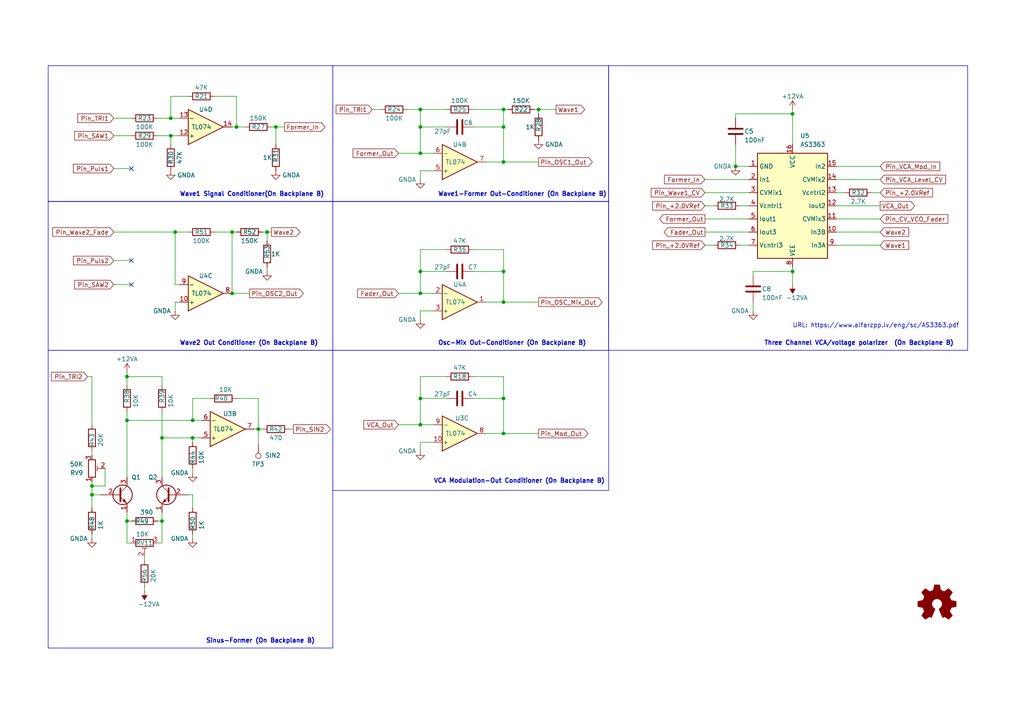
<source format=kicad_sch>
(kicad_sch (version 20230121) (generator eeschema)

  (uuid ac374520-8ff2-4d6c-b425-34fd551e8a52)

  (paper "A4")

  (title_block
    (title "2MoreVO")
    (date "2024-07-09")
    (rev "1.0")
    (company "ImooDi")
    (comment 1 "CC BY-NC-SA")
  )

  (lib_symbols
    (symbol "Amplifier_Operational:TL074" (pin_names (offset 0.127)) (in_bom yes) (on_board yes)
      (property "Reference" "U" (at 0 5.08 0)
        (effects (font (size 1.27 1.27)) (justify left))
      )
      (property "Value" "TL074" (at 0 -5.08 0)
        (effects (font (size 1.27 1.27)) (justify left))
      )
      (property "Footprint" "" (at -1.27 2.54 0)
        (effects (font (size 1.27 1.27)) hide)
      )
      (property "Datasheet" "http://www.ti.com/lit/ds/symlink/tl071.pdf" (at 1.27 5.08 0)
        (effects (font (size 1.27 1.27)) hide)
      )
      (property "ki_locked" "" (at 0 0 0)
        (effects (font (size 1.27 1.27)))
      )
      (property "ki_keywords" "quad opamp" (at 0 0 0)
        (effects (font (size 1.27 1.27)) hide)
      )
      (property "ki_description" "Quad Low-Noise JFET-Input Operational Amplifiers, DIP-14/SOIC-14" (at 0 0 0)
        (effects (font (size 1.27 1.27)) hide)
      )
      (property "ki_fp_filters" "SOIC*3.9x8.7mm*P1.27mm* DIP*W7.62mm* TSSOP*4.4x5mm*P0.65mm* SSOP*5.3x6.2mm*P0.65mm* MSOP*3x3mm*P0.5mm*" (at 0 0 0)
        (effects (font (size 1.27 1.27)) hide)
      )
      (symbol "TL074_1_1"
        (polyline
          (pts
            (xy -5.08 5.08)
            (xy 5.08 0)
            (xy -5.08 -5.08)
            (xy -5.08 5.08)
          )
          (stroke (width 0.254) (type default))
          (fill (type background))
        )
        (pin output line (at 7.62 0 180) (length 2.54)
          (name "~" (effects (font (size 1.27 1.27))))
          (number "1" (effects (font (size 1.27 1.27))))
        )
        (pin input line (at -7.62 -2.54 0) (length 2.54)
          (name "-" (effects (font (size 1.27 1.27))))
          (number "2" (effects (font (size 1.27 1.27))))
        )
        (pin input line (at -7.62 2.54 0) (length 2.54)
          (name "+" (effects (font (size 1.27 1.27))))
          (number "3" (effects (font (size 1.27 1.27))))
        )
      )
      (symbol "TL074_2_1"
        (polyline
          (pts
            (xy -5.08 5.08)
            (xy 5.08 0)
            (xy -5.08 -5.08)
            (xy -5.08 5.08)
          )
          (stroke (width 0.254) (type default))
          (fill (type background))
        )
        (pin input line (at -7.62 2.54 0) (length 2.54)
          (name "+" (effects (font (size 1.27 1.27))))
          (number "5" (effects (font (size 1.27 1.27))))
        )
        (pin input line (at -7.62 -2.54 0) (length 2.54)
          (name "-" (effects (font (size 1.27 1.27))))
          (number "6" (effects (font (size 1.27 1.27))))
        )
        (pin output line (at 7.62 0 180) (length 2.54)
          (name "~" (effects (font (size 1.27 1.27))))
          (number "7" (effects (font (size 1.27 1.27))))
        )
      )
      (symbol "TL074_3_1"
        (polyline
          (pts
            (xy -5.08 5.08)
            (xy 5.08 0)
            (xy -5.08 -5.08)
            (xy -5.08 5.08)
          )
          (stroke (width 0.254) (type default))
          (fill (type background))
        )
        (pin input line (at -7.62 2.54 0) (length 2.54)
          (name "+" (effects (font (size 1.27 1.27))))
          (number "10" (effects (font (size 1.27 1.27))))
        )
        (pin output line (at 7.62 0 180) (length 2.54)
          (name "~" (effects (font (size 1.27 1.27))))
          (number "8" (effects (font (size 1.27 1.27))))
        )
        (pin input line (at -7.62 -2.54 0) (length 2.54)
          (name "-" (effects (font (size 1.27 1.27))))
          (number "9" (effects (font (size 1.27 1.27))))
        )
      )
      (symbol "TL074_4_1"
        (polyline
          (pts
            (xy -5.08 5.08)
            (xy 5.08 0)
            (xy -5.08 -5.08)
            (xy -5.08 5.08)
          )
          (stroke (width 0.254) (type default))
          (fill (type background))
        )
        (pin input line (at -7.62 2.54 0) (length 2.54)
          (name "+" (effects (font (size 1.27 1.27))))
          (number "12" (effects (font (size 1.27 1.27))))
        )
        (pin input line (at -7.62 -2.54 0) (length 2.54)
          (name "-" (effects (font (size 1.27 1.27))))
          (number "13" (effects (font (size 1.27 1.27))))
        )
        (pin output line (at 7.62 0 180) (length 2.54)
          (name "~" (effects (font (size 1.27 1.27))))
          (number "14" (effects (font (size 1.27 1.27))))
        )
      )
      (symbol "TL074_5_1"
        (pin power_in line (at -2.54 -7.62 90) (length 3.81)
          (name "V-" (effects (font (size 1.27 1.27))))
          (number "11" (effects (font (size 1.27 1.27))))
        )
        (pin power_in line (at -2.54 7.62 270) (length 3.81)
          (name "V+" (effects (font (size 1.27 1.27))))
          (number "4" (effects (font (size 1.27 1.27))))
        )
      )
    )
    (symbol "Connector:TestPoint" (pin_numbers hide) (pin_names (offset 0.762) hide) (in_bom yes) (on_board yes)
      (property "Reference" "TP" (at 0 6.858 0)
        (effects (font (size 1.27 1.27)))
      )
      (property "Value" "TestPoint" (at 0 5.08 0)
        (effects (font (size 1.27 1.27)))
      )
      (property "Footprint" "" (at 5.08 0 0)
        (effects (font (size 1.27 1.27)) hide)
      )
      (property "Datasheet" "~" (at 5.08 0 0)
        (effects (font (size 1.27 1.27)) hide)
      )
      (property "ki_keywords" "test point tp" (at 0 0 0)
        (effects (font (size 1.27 1.27)) hide)
      )
      (property "ki_description" "test point" (at 0 0 0)
        (effects (font (size 1.27 1.27)) hide)
      )
      (property "ki_fp_filters" "Pin* Test*" (at 0 0 0)
        (effects (font (size 1.27 1.27)) hide)
      )
      (symbol "TestPoint_0_1"
        (circle (center 0 3.302) (radius 0.762)
          (stroke (width 0) (type default))
          (fill (type none))
        )
      )
      (symbol "TestPoint_1_1"
        (pin passive line (at 0 0 90) (length 2.54)
          (name "1" (effects (font (size 1.27 1.27))))
          (number "1" (effects (font (size 1.27 1.27))))
        )
      )
    )
    (symbol "Graphic:Logo_Open_Hardware_Small" (in_bom no) (on_board no)
      (property "Reference" "#SYM" (at 0 6.985 0)
        (effects (font (size 1.27 1.27)) hide)
      )
      (property "Value" "Logo_Open_Hardware_Small" (at 0 -5.715 0)
        (effects (font (size 1.27 1.27)) hide)
      )
      (property "Footprint" "" (at 0 0 0)
        (effects (font (size 1.27 1.27)) hide)
      )
      (property "Datasheet" "~" (at 0 0 0)
        (effects (font (size 1.27 1.27)) hide)
      )
      (property "Sim.Enable" "0" (at 0 0 0)
        (effects (font (size 1.27 1.27)) hide)
      )
      (property "ki_keywords" "Logo" (at 0 0 0)
        (effects (font (size 1.27 1.27)) hide)
      )
      (property "ki_description" "Open Hardware logo, small" (at 0 0 0)
        (effects (font (size 1.27 1.27)) hide)
      )
      (symbol "Logo_Open_Hardware_Small_0_1"
        (polyline
          (pts
            (xy 3.3528 -4.3434)
            (xy 3.302 -4.318)
            (xy 3.175 -4.2418)
            (xy 2.9972 -4.1148)
            (xy 2.7686 -3.9624)
            (xy 2.54 -3.81)
            (xy 2.3622 -3.7084)
            (xy 2.2352 -3.6068)
            (xy 2.1844 -3.5814)
            (xy 2.159 -3.6068)
            (xy 2.0574 -3.6576)
            (xy 1.905 -3.7338)
            (xy 1.8034 -3.7846)
            (xy 1.6764 -3.8354)
            (xy 1.6002 -3.8354)
            (xy 1.6002 -3.8354)
            (xy 1.5494 -3.7338)
            (xy 1.4732 -3.5306)
            (xy 1.3462 -3.302)
            (xy 1.2446 -3.0226)
            (xy 1.1176 -2.7178)
            (xy 0.9652 -2.413)
            (xy 0.8636 -2.1082)
            (xy 0.7366 -1.8288)
            (xy 0.6604 -1.6256)
            (xy 0.6096 -1.4732)
            (xy 0.5842 -1.397)
            (xy 0.5842 -1.397)
            (xy 0.6604 -1.3208)
            (xy 0.7874 -1.2446)
            (xy 1.0414 -1.016)
            (xy 1.2954 -0.6858)
            (xy 1.4478 -0.3302)
            (xy 1.524 0.0762)
            (xy 1.4732 0.4572)
            (xy 1.3208 0.8128)
            (xy 1.0668 1.143)
            (xy 0.762 1.3716)
            (xy 0.4064 1.524)
            (xy 0 1.5748)
            (xy -0.381 1.5494)
            (xy -0.7366 1.397)
            (xy -1.0668 1.143)
            (xy -1.2192 0.9906)
            (xy -1.397 0.6604)
            (xy -1.524 0.3048)
            (xy -1.524 0.2286)
            (xy -1.4986 -0.1778)
            (xy -1.397 -0.5334)
            (xy -1.1938 -0.8636)
            (xy -0.9144 -1.143)
            (xy -0.8636 -1.1684)
            (xy -0.7366 -1.27)
            (xy -0.635 -1.3462)
            (xy -0.5842 -1.397)
            (xy -1.0668 -2.5908)
            (xy -1.143 -2.794)
            (xy -1.2954 -3.1242)
            (xy -1.397 -3.4036)
            (xy -1.4986 -3.6322)
            (xy -1.5748 -3.7846)
            (xy -1.6002 -3.8354)
            (xy -1.6002 -3.8354)
            (xy -1.651 -3.8354)
            (xy -1.7272 -3.81)
            (xy -1.905 -3.7338)
            (xy -2.0066 -3.683)
            (xy -2.1336 -3.6068)
            (xy -2.2098 -3.5814)
            (xy -2.2606 -3.6068)
            (xy -2.3622 -3.683)
            (xy -2.54 -3.81)
            (xy -2.7686 -3.9624)
            (xy -2.9718 -4.0894)
            (xy -3.1496 -4.2164)
            (xy -3.302 -4.318)
            (xy -3.3528 -4.3434)
            (xy -3.3782 -4.3434)
            (xy -3.429 -4.318)
            (xy -3.5306 -4.2164)
            (xy -3.7084 -4.064)
            (xy -3.937 -3.8354)
            (xy -3.9624 -3.81)
            (xy -4.1656 -3.6068)
            (xy -4.318 -3.4544)
            (xy -4.4196 -3.3274)
            (xy -4.445 -3.2766)
            (xy -4.445 -3.2766)
            (xy -4.4196 -3.2258)
            (xy -4.318 -3.0734)
            (xy -4.2164 -2.8956)
            (xy -4.064 -2.667)
            (xy -3.6576 -2.0828)
            (xy -3.8862 -1.5494)
            (xy -3.937 -1.3716)
            (xy -4.0386 -1.1684)
            (xy -4.0894 -1.0414)
            (xy -4.1148 -0.9652)
            (xy -4.191 -0.9398)
            (xy -4.318 -0.9144)
            (xy -4.5466 -0.8636)
            (xy -4.8006 -0.8128)
            (xy -5.0546 -0.7874)
            (xy -5.2578 -0.7366)
            (xy -5.4356 -0.7112)
            (xy -5.5118 -0.6858)
            (xy -5.5118 -0.6858)
            (xy -5.5372 -0.635)
            (xy -5.5372 -0.5588)
            (xy -5.5372 -0.4318)
            (xy -5.5626 -0.2286)
            (xy -5.5626 0.0762)
            (xy -5.5626 0.127)
            (xy -5.5372 0.4064)
            (xy -5.5372 0.635)
            (xy -5.5372 0.762)
            (xy -5.5372 0.8382)
            (xy -5.5372 0.8382)
            (xy -5.461 0.8382)
            (xy -5.3086 0.889)
            (xy -5.08 0.9144)
            (xy -4.826 0.9652)
            (xy -4.8006 0.9906)
            (xy -4.5466 1.0414)
            (xy -4.318 1.0668)
            (xy -4.1656 1.1176)
            (xy -4.0894 1.143)
            (xy -4.0894 1.143)
            (xy -4.0386 1.2446)
            (xy -3.9624 1.4224)
            (xy -3.8608 1.6256)
            (xy -3.7846 1.8288)
            (xy -3.7084 2.0066)
            (xy -3.6576 2.159)
            (xy -3.6322 2.2098)
            (xy -3.6322 2.2098)
            (xy -3.683 2.286)
            (xy -3.7592 2.413)
            (xy -3.8862 2.5908)
            (xy -4.064 2.8194)
            (xy -4.064 2.8448)
            (xy -4.2164 3.0734)
            (xy -4.3434 3.2512)
            (xy -4.4196 3.3782)
            (xy -4.445 3.4544)
            (xy -4.445 3.4544)
            (xy -4.3942 3.5052)
            (xy -4.2926 3.6322)
            (xy -4.1148 3.81)
            (xy -3.937 4.0132)
            (xy -3.8608 4.064)
            (xy -3.6576 4.2926)
            (xy -3.5052 4.4196)
            (xy -3.4036 4.4958)
            (xy -3.3528 4.5212)
            (xy -3.3528 4.5212)
            (xy -3.302 4.4704)
            (xy -3.1496 4.3688)
            (xy -2.9718 4.2418)
            (xy -2.7432 4.0894)
            (xy -2.7178 4.0894)
            (xy -2.4892 3.937)
            (xy -2.3114 3.81)
            (xy -2.1844 3.7084)
            (xy -2.1336 3.683)
            (xy -2.1082 3.683)
            (xy -2.032 3.7084)
            (xy -1.8542 3.7592)
            (xy -1.6764 3.8354)
            (xy -1.4732 3.937)
            (xy -1.27 4.0132)
            (xy -1.143 4.064)
            (xy -1.0668 4.1148)
            (xy -1.0668 4.1148)
            (xy -1.0414 4.191)
            (xy -1.016 4.3434)
            (xy -0.9652 4.572)
            (xy -0.9144 4.8514)
            (xy -0.889 4.9022)
            (xy -0.8382 5.1562)
            (xy -0.8128 5.3848)
            (xy -0.7874 5.5372)
            (xy -0.762 5.588)
            (xy -0.7112 5.6134)
            (xy -0.5842 5.6134)
            (xy -0.4064 5.6134)
            (xy -0.1524 5.6134)
            (xy 0.0762 5.6134)
            (xy 0.3302 5.6134)
            (xy 0.5334 5.6134)
            (xy 0.6858 5.588)
            (xy 0.7366 5.588)
            (xy 0.7366 5.588)
            (xy 0.762 5.5118)
            (xy 0.8128 5.334)
            (xy 0.8382 5.1054)
            (xy 0.9144 4.826)
            (xy 0.9144 4.7752)
            (xy 0.9652 4.5212)
            (xy 1.016 4.2926)
            (xy 1.0414 4.1402)
            (xy 1.0668 4.0894)
            (xy 1.0668 4.0894)
            (xy 1.1938 4.0386)
            (xy 1.3716 3.9624)
            (xy 1.5748 3.8608)
            (xy 2.0828 3.6576)
            (xy 2.7178 4.0894)
            (xy 2.7686 4.1402)
            (xy 2.9972 4.2926)
            (xy 3.175 4.4196)
            (xy 3.302 4.4958)
            (xy 3.3782 4.5212)
            (xy 3.3782 4.5212)
            (xy 3.429 4.4704)
            (xy 3.556 4.3434)
            (xy 3.7338 4.191)
            (xy 3.9116 3.9878)
            (xy 4.064 3.8354)
            (xy 4.2418 3.6576)
            (xy 4.3434 3.556)
            (xy 4.4196 3.4798)
            (xy 4.4196 3.429)
            (xy 4.4196 3.4036)
            (xy 4.3942 3.3274)
            (xy 4.2926 3.2004)
            (xy 4.1656 2.9972)
            (xy 4.0132 2.794)
            (xy 3.8862 2.5908)
            (xy 3.7592 2.3876)
            (xy 3.6576 2.2352)
            (xy 3.6322 2.159)
            (xy 3.6322 2.1336)
            (xy 3.683 2.0066)
            (xy 3.7592 1.8288)
            (xy 3.8608 1.6002)
            (xy 4.064 1.1176)
            (xy 4.3942 1.0414)
            (xy 4.5974 1.016)
            (xy 4.8768 0.9652)
            (xy 5.1308 0.9144)
            (xy 5.5372 0.8382)
            (xy 5.5626 -0.6604)
            (xy 5.4864 -0.6858)
            (xy 5.4356 -0.6858)
            (xy 5.2832 -0.7366)
            (xy 5.0546 -0.762)
            (xy 4.8006 -0.8128)
            (xy 4.5974 -0.8636)
            (xy 4.3688 -0.9144)
            (xy 4.2164 -0.9398)
            (xy 4.1402 -0.9398)
            (xy 4.1148 -0.9652)
            (xy 4.064 -1.0668)
            (xy 3.9878 -1.2446)
            (xy 3.9116 -1.4478)
            (xy 3.81 -1.651)
            (xy 3.7338 -1.8542)
            (xy 3.683 -2.0066)
            (xy 3.6576 -2.0828)
            (xy 3.683 -2.1336)
            (xy 3.7846 -2.2606)
            (xy 3.8862 -2.4638)
            (xy 4.0386 -2.667)
            (xy 4.191 -2.8956)
            (xy 4.318 -3.0734)
            (xy 4.3942 -3.2004)
            (xy 4.445 -3.2766)
            (xy 4.4196 -3.3274)
            (xy 4.3434 -3.429)
            (xy 4.1656 -3.5814)
            (xy 3.937 -3.8354)
            (xy 3.8862 -3.8608)
            (xy 3.683 -4.064)
            (xy 3.5306 -4.2164)
            (xy 3.4036 -4.318)
            (xy 3.3528 -4.3434)
          )
          (stroke (width 0) (type default))
          (fill (type outline))
        )
      )
    )
    (symbol "Library:2N3904" (pin_names (offset 0) hide) (in_bom yes) (on_board yes)
      (property "Reference" "Q" (at 5.08 1.905 0)
        (effects (font (size 1.27 1.27)) (justify left))
      )
      (property "Value" "2N3904" (at 5.08 0 0)
        (effects (font (size 1.27 1.27)) (justify left))
      )
      (property "Footprint" "Package_TO_SOT_THT:TO-92_Inline" (at 5.08 -1.905 0)
        (effects (font (size 1.27 1.27) italic) (justify left) hide)
      )
      (property "Datasheet" "https://www.onsemi.com/pub/Collateral/2N3903-D.PDF" (at 0 0 0)
        (effects (font (size 1.27 1.27)) (justify left) hide)
      )
      (property "ki_keywords" "NPN Transistor" (at 0 0 0)
        (effects (font (size 1.27 1.27)) hide)
      )
      (property "ki_description" "0.2A Ic, 40V Vce, Small Signal NPN Transistor, TO-92" (at 0 0 0)
        (effects (font (size 1.27 1.27)) hide)
      )
      (property "ki_fp_filters" "TO?92*" (at 0 0 0)
        (effects (font (size 1.27 1.27)) hide)
      )
      (symbol "2N3904_0_1"
        (polyline
          (pts
            (xy 0.635 0.635)
            (xy 2.54 2.54)
          )
          (stroke (width 0) (type default))
          (fill (type none))
        )
        (polyline
          (pts
            (xy 0.635 -0.635)
            (xy 2.54 -2.54)
            (xy 2.54 -2.54)
          )
          (stroke (width 0) (type default))
          (fill (type none))
        )
        (polyline
          (pts
            (xy 0.635 1.905)
            (xy 0.635 -1.905)
            (xy 0.635 -1.905)
          )
          (stroke (width 0.508) (type default))
          (fill (type none))
        )
        (polyline
          (pts
            (xy 1.27 -1.778)
            (xy 1.778 -1.27)
            (xy 2.286 -2.286)
            (xy 1.27 -1.778)
            (xy 1.27 -1.778)
          )
          (stroke (width 0) (type default))
          (fill (type outline))
        )
        (circle (center 1.27 0) (radius 2.8194)
          (stroke (width 0.254) (type default))
          (fill (type none))
        )
      )
      (symbol "2N3904_1_1"
        (pin passive line (at 2.54 -5.08 90) (length 2.54)
          (name "E" (effects (font (size 1.27 1.27))))
          (number "1" (effects (font (size 1.27 1.27))))
        )
        (pin passive line (at -5.08 0 0) (length 5.715)
          (name "B" (effects (font (size 1.27 1.27))))
          (number "2" (effects (font (size 1.27 1.27))))
        )
        (pin passive line (at 2.54 5.08 270) (length 2.54)
          (name "C" (effects (font (size 1.27 1.27))))
          (number "3" (effects (font (size 1.27 1.27))))
        )
      )
    )
    (symbol "Library:AS3363" (in_bom yes) (on_board yes)
      (property "Reference" "U" (at -5.08 17.78 0)
        (effects (font (size 1.27 1.27)))
      )
      (property "Value" "AS3363" (at 5.08 17.78 0)
        (effects (font (size 1.27 1.27)))
      )
      (property "Footprint" "" (at 12.7 -7.62 0)
        (effects (font (size 1.27 1.27)) hide)
      )
      (property "Datasheet" "http://www.alfarzpp.lv/eng/sc/AS3363.pdf" (at 8.89 -19.05 0)
        (effects (font (size 1.27 1.27)) hide)
      )
      (property "ki_keywords" "VCA AS3363 ALFA" (at 0 0 0)
        (effects (font (size 1.27 1.27)) hide)
      )
      (property "ki_description" "Three Channel VCA (voltage polarizer), DIP-16/SOIC-16" (at 0 0 0)
        (effects (font (size 1.27 1.27)) hide)
      )
      (property "ki_fp_filters" "DIP*W7.62mm* SOIC*3.9x9.9mm*P1.27mm*" (at 0 0 0)
        (effects (font (size 1.27 1.27)) hide)
      )
      (symbol "AS3363_0_1"
        (rectangle (start -10.16 15.24) (end 10.16 -15.24)
          (stroke (width 0.254) (type default))
          (fill (type background))
        )
      )
      (symbol "AS3363_1_1"
        (pin power_in line (at -12.7 11.43 0) (length 2.54)
          (name "GND" (effects (font (size 1.27 1.27))))
          (number "1" (effects (font (size 1.27 1.27))))
        )
        (pin input line (at 12.7 -7.62 180) (length 2.54)
          (name "In3B" (effects (font (size 1.27 1.27))))
          (number "10" (effects (font (size 1.27 1.27))))
        )
        (pin input line (at 12.7 -3.81 180) (length 2.54)
          (name "CVMix3" (effects (font (size 1.27 1.27))))
          (number "11" (effects (font (size 1.27 1.27))))
        )
        (pin output line (at 12.7 0 180) (length 2.54)
          (name "Iout2" (effects (font (size 1.27 1.27))))
          (number "12" (effects (font (size 1.27 1.27))))
        )
        (pin input line (at 12.7 3.81 180) (length 2.54)
          (name "Vcntrl2" (effects (font (size 1.27 1.27))))
          (number "13" (effects (font (size 1.27 1.27))))
        )
        (pin input line (at 12.7 7.62 180) (length 2.54)
          (name "CVMix2" (effects (font (size 1.27 1.27))))
          (number "14" (effects (font (size 1.27 1.27))))
        )
        (pin input line (at 12.7 11.43 180) (length 2.54)
          (name "In2" (effects (font (size 1.27 1.27))))
          (number "15" (effects (font (size 1.27 1.27))))
        )
        (pin power_in line (at 0 17.78 270) (length 2.54)
          (name "VCC" (effects (font (size 1.27 1.27))))
          (number "16" (effects (font (size 1.27 1.27))))
        )
        (pin input line (at -12.7 7.62 0) (length 2.54)
          (name "In1" (effects (font (size 1.27 1.27))))
          (number "2" (effects (font (size 1.27 1.27))))
        )
        (pin input line (at -12.7 3.81 0) (length 2.54)
          (name "CVMix1" (effects (font (size 1.27 1.27))))
          (number "3" (effects (font (size 1.27 1.27))))
        )
        (pin input line (at -12.7 0 0) (length 2.54)
          (name "Vcntrl1" (effects (font (size 1.27 1.27))))
          (number "4" (effects (font (size 1.27 1.27))))
        )
        (pin output line (at -12.7 -3.81 0) (length 2.54)
          (name "Iout1" (effects (font (size 1.27 1.27))))
          (number "5" (effects (font (size 1.27 1.27))))
        )
        (pin output line (at -12.7 -7.62 0) (length 2.54)
          (name "Iout3" (effects (font (size 1.27 1.27))))
          (number "6" (effects (font (size 1.27 1.27))))
        )
        (pin input line (at -12.7 -11.43 0) (length 2.54)
          (name "Vcntrl3" (effects (font (size 1.27 1.27))))
          (number "7" (effects (font (size 1.27 1.27))))
        )
        (pin power_in line (at 0 -17.78 90) (length 2.54)
          (name "VEE" (effects (font (size 1.27 1.27))))
          (number "8" (effects (font (size 1.27 1.27))))
        )
        (pin input line (at 12.7 -11.43 180) (length 2.54)
          (name "In3A" (effects (font (size 1.27 1.27))))
          (number "9" (effects (font (size 1.27 1.27))))
        )
      )
    )
    (symbol "Library:C" (pin_numbers hide) (pin_names (offset 0.254)) (in_bom yes) (on_board yes)
      (property "Reference" "C" (at 0.635 2.54 0)
        (effects (font (size 1.27 1.27)) (justify left))
      )
      (property "Value" "C" (at 0.635 -2.54 0)
        (effects (font (size 1.27 1.27)) (justify left))
      )
      (property "Footprint" "" (at 0.9652 -3.81 0)
        (effects (font (size 1.27 1.27)) hide)
      )
      (property "Datasheet" "~" (at 0 0 0)
        (effects (font (size 1.27 1.27)) hide)
      )
      (property "ki_keywords" "cap capacitor" (at 0 0 0)
        (effects (font (size 1.27 1.27)) hide)
      )
      (property "ki_description" "Unpolarized capacitor" (at 0 0 0)
        (effects (font (size 1.27 1.27)) hide)
      )
      (property "ki_fp_filters" "C_*" (at 0 0 0)
        (effects (font (size 1.27 1.27)) hide)
      )
      (symbol "C_0_1"
        (polyline
          (pts
            (xy -2.032 -0.762)
            (xy 2.032 -0.762)
          )
          (stroke (width 0.508) (type default))
          (fill (type none))
        )
        (polyline
          (pts
            (xy -2.032 0.762)
            (xy 2.032 0.762)
          )
          (stroke (width 0.508) (type default))
          (fill (type none))
        )
      )
      (symbol "C_1_1"
        (pin passive line (at 0 3.81 270) (length 2.794)
          (name "~" (effects (font (size 1.27 1.27))))
          (number "1" (effects (font (size 1.27 1.27))))
        )
        (pin passive line (at 0 -3.81 90) (length 2.794)
          (name "~" (effects (font (size 1.27 1.27))))
          (number "2" (effects (font (size 1.27 1.27))))
        )
      )
    )
    (symbol "Library:R" (pin_numbers hide) (pin_names (offset 0)) (in_bom yes) (on_board yes)
      (property "Reference" "R" (at 2.032 0 90)
        (effects (font (size 1.27 1.27)))
      )
      (property "Value" "R" (at 0 0 90)
        (effects (font (size 1.27 1.27)))
      )
      (property "Footprint" "" (at -1.778 0 90)
        (effects (font (size 1.27 1.27)) hide)
      )
      (property "Datasheet" "~" (at 0 0 0)
        (effects (font (size 1.27 1.27)) hide)
      )
      (property "ki_keywords" "R res resistor" (at 0 0 0)
        (effects (font (size 1.27 1.27)) hide)
      )
      (property "ki_description" "Resistor" (at 0 0 0)
        (effects (font (size 1.27 1.27)) hide)
      )
      (property "ki_fp_filters" "R_*" (at 0 0 0)
        (effects (font (size 1.27 1.27)) hide)
      )
      (symbol "R_0_1"
        (rectangle (start -1.016 -2.54) (end 1.016 2.54)
          (stroke (width 0.254) (type default))
          (fill (type none))
        )
      )
      (symbol "R_1_1"
        (pin passive line (at 0 3.81 270) (length 1.27)
          (name "~" (effects (font (size 1.27 1.27))))
          (number "1" (effects (font (size 1.27 1.27))))
        )
        (pin passive line (at 0 -3.81 90) (length 1.27)
          (name "~" (effects (font (size 1.27 1.27))))
          (number "2" (effects (font (size 1.27 1.27))))
        )
      )
    )
    (symbol "Library:R_Potentiometer_Trim" (pin_names (offset 1.016) hide) (in_bom yes) (on_board yes)
      (property "Reference" "RV" (at -4.445 0 90)
        (effects (font (size 1.27 1.27)))
      )
      (property "Value" "R_Potentiometer_Trim" (at -2.54 0 90)
        (effects (font (size 1.27 1.27)))
      )
      (property "Footprint" "" (at 0 0 0)
        (effects (font (size 1.27 1.27)) hide)
      )
      (property "Datasheet" "~" (at 0 0 0)
        (effects (font (size 1.27 1.27)) hide)
      )
      (property "ki_keywords" "resistor variable trimpot trimmer" (at 0 0 0)
        (effects (font (size 1.27 1.27)) hide)
      )
      (property "ki_description" "Trim-potentiometer" (at 0 0 0)
        (effects (font (size 1.27 1.27)) hide)
      )
      (property "ki_fp_filters" "Potentiometer*" (at 0 0 0)
        (effects (font (size 1.27 1.27)) hide)
      )
      (symbol "R_Potentiometer_Trim_0_1"
        (polyline
          (pts
            (xy 1.524 0.762)
            (xy 1.524 -0.762)
          )
          (stroke (width 0) (type default))
          (fill (type none))
        )
        (polyline
          (pts
            (xy 2.54 0)
            (xy 1.524 0)
          )
          (stroke (width 0) (type default))
          (fill (type none))
        )
        (rectangle (start 1.016 2.54) (end -1.016 -2.54)
          (stroke (width 0.254) (type default))
          (fill (type none))
        )
      )
      (symbol "R_Potentiometer_Trim_1_1"
        (pin passive line (at 0 3.81 270) (length 1.27)
          (name "1" (effects (font (size 1.27 1.27))))
          (number "1" (effects (font (size 1.27 1.27))))
        )
        (pin passive line (at 3.81 0 180) (length 1.27)
          (name "2" (effects (font (size 1.27 1.27))))
          (number "2" (effects (font (size 1.27 1.27))))
        )
        (pin passive line (at 0 -3.81 90) (length 1.27)
          (name "3" (effects (font (size 1.27 1.27))))
          (number "3" (effects (font (size 1.27 1.27))))
        )
      )
    )
    (symbol "Library:TL074" (pin_names (offset 0.127)) (in_bom yes) (on_board yes)
      (property "Reference" "U" (at 0 5.08 0)
        (effects (font (size 1.27 1.27)) (justify left))
      )
      (property "Value" "TL074" (at 0 -5.08 0)
        (effects (font (size 1.27 1.27)) (justify left))
      )
      (property "Footprint" "" (at -1.27 2.54 0)
        (effects (font (size 1.27 1.27)) hide)
      )
      (property "Datasheet" "http://www.ti.com/lit/ds/symlink/tl071.pdf" (at 1.27 5.08 0)
        (effects (font (size 1.27 1.27)) hide)
      )
      (property "ki_locked" "" (at 0 0 0)
        (effects (font (size 1.27 1.27)))
      )
      (property "ki_keywords" "quad opamp" (at 0 0 0)
        (effects (font (size 1.27 1.27)) hide)
      )
      (property "ki_description" "Quad Low-Noise JFET-Input Operational Amplifiers, DIP-14/SOIC-14" (at 0 0 0)
        (effects (font (size 1.27 1.27)) hide)
      )
      (property "ki_fp_filters" "SOIC*3.9x8.7mm*P1.27mm* DIP*W7.62mm* TSSOP*4.4x5mm*P0.65mm* SSOP*5.3x6.2mm*P0.65mm* MSOP*3x3mm*P0.5mm*" (at 0 0 0)
        (effects (font (size 1.27 1.27)) hide)
      )
      (symbol "TL074_1_1"
        (polyline
          (pts
            (xy -5.08 5.08)
            (xy 5.08 0)
            (xy -5.08 -5.08)
            (xy -5.08 5.08)
          )
          (stroke (width 0.254) (type default))
          (fill (type background))
        )
        (pin output line (at 7.62 0 180) (length 2.54)
          (name "~" (effects (font (size 1.27 1.27))))
          (number "1" (effects (font (size 1.27 1.27))))
        )
        (pin input line (at -7.62 -2.54 0) (length 2.54)
          (name "-" (effects (font (size 1.27 1.27))))
          (number "2" (effects (font (size 1.27 1.27))))
        )
        (pin input line (at -7.62 2.54 0) (length 2.54)
          (name "+" (effects (font (size 1.27 1.27))))
          (number "3" (effects (font (size 1.27 1.27))))
        )
      )
      (symbol "TL074_2_1"
        (polyline
          (pts
            (xy -5.08 5.08)
            (xy 5.08 0)
            (xy -5.08 -5.08)
            (xy -5.08 5.08)
          )
          (stroke (width 0.254) (type default))
          (fill (type background))
        )
        (pin input line (at -7.62 2.54 0) (length 2.54)
          (name "+" (effects (font (size 1.27 1.27))))
          (number "5" (effects (font (size 1.27 1.27))))
        )
        (pin input line (at -7.62 -2.54 0) (length 2.54)
          (name "-" (effects (font (size 1.27 1.27))))
          (number "6" (effects (font (size 1.27 1.27))))
        )
        (pin output line (at 7.62 0 180) (length 2.54)
          (name "~" (effects (font (size 1.27 1.27))))
          (number "7" (effects (font (size 1.27 1.27))))
        )
      )
      (symbol "TL074_3_1"
        (polyline
          (pts
            (xy -5.08 5.08)
            (xy 5.08 0)
            (xy -5.08 -5.08)
            (xy -5.08 5.08)
          )
          (stroke (width 0.254) (type default))
          (fill (type background))
        )
        (pin input line (at -7.62 2.54 0) (length 2.54)
          (name "+" (effects (font (size 1.27 1.27))))
          (number "10" (effects (font (size 1.27 1.27))))
        )
        (pin output line (at 7.62 0 180) (length 2.54)
          (name "~" (effects (font (size 1.27 1.27))))
          (number "8" (effects (font (size 1.27 1.27))))
        )
        (pin input line (at -7.62 -2.54 0) (length 2.54)
          (name "-" (effects (font (size 1.27 1.27))))
          (number "9" (effects (font (size 1.27 1.27))))
        )
      )
      (symbol "TL074_4_1"
        (polyline
          (pts
            (xy -5.08 5.08)
            (xy 5.08 0)
            (xy -5.08 -5.08)
            (xy -5.08 5.08)
          )
          (stroke (width 0.254) (type default))
          (fill (type background))
        )
        (pin input line (at -7.62 2.54 0) (length 2.54)
          (name "+" (effects (font (size 1.27 1.27))))
          (number "12" (effects (font (size 1.27 1.27))))
        )
        (pin input line (at -7.62 -2.54 0) (length 2.54)
          (name "-" (effects (font (size 1.27 1.27))))
          (number "13" (effects (font (size 1.27 1.27))))
        )
        (pin output line (at 7.62 0 180) (length 2.54)
          (name "~" (effects (font (size 1.27 1.27))))
          (number "14" (effects (font (size 1.27 1.27))))
        )
      )
      (symbol "TL074_5_1"
        (pin power_in line (at -2.54 -7.62 90) (length 3.81)
          (name "V-" (effects (font (size 1.27 1.27))))
          (number "11" (effects (font (size 1.27 1.27))))
        )
        (pin power_in line (at -2.54 7.62 270) (length 3.81)
          (name "V+" (effects (font (size 1.27 1.27))))
          (number "4" (effects (font (size 1.27 1.27))))
        )
      )
    )
    (symbol "power:+12VA" (power) (pin_names (offset 0)) (in_bom yes) (on_board yes)
      (property "Reference" "#PWR" (at 0 -3.81 0)
        (effects (font (size 1.27 1.27)) hide)
      )
      (property "Value" "+12VA" (at 0 3.556 0)
        (effects (font (size 1.27 1.27)))
      )
      (property "Footprint" "" (at 0 0 0)
        (effects (font (size 1.27 1.27)) hide)
      )
      (property "Datasheet" "" (at 0 0 0)
        (effects (font (size 1.27 1.27)) hide)
      )
      (property "ki_keywords" "global power" (at 0 0 0)
        (effects (font (size 1.27 1.27)) hide)
      )
      (property "ki_description" "Power symbol creates a global label with name \"+12VA\"" (at 0 0 0)
        (effects (font (size 1.27 1.27)) hide)
      )
      (symbol "+12VA_0_1"
        (polyline
          (pts
            (xy -0.762 1.27)
            (xy 0 2.54)
          )
          (stroke (width 0) (type default))
          (fill (type none))
        )
        (polyline
          (pts
            (xy 0 0)
            (xy 0 2.54)
          )
          (stroke (width 0) (type default))
          (fill (type none))
        )
        (polyline
          (pts
            (xy 0 2.54)
            (xy 0.762 1.27)
          )
          (stroke (width 0) (type default))
          (fill (type none))
        )
      )
      (symbol "+12VA_1_1"
        (pin power_in line (at 0 0 90) (length 0) hide
          (name "+12VA" (effects (font (size 1.27 1.27))))
          (number "1" (effects (font (size 1.27 1.27))))
        )
      )
    )
    (symbol "power:-12VA" (power) (pin_names (offset 0)) (in_bom yes) (on_board yes)
      (property "Reference" "#PWR" (at 0 -3.81 0)
        (effects (font (size 1.27 1.27)) hide)
      )
      (property "Value" "-12VA" (at 0 3.556 0)
        (effects (font (size 1.27 1.27)))
      )
      (property "Footprint" "" (at 0 0 0)
        (effects (font (size 1.27 1.27)) hide)
      )
      (property "Datasheet" "" (at 0 0 0)
        (effects (font (size 1.27 1.27)) hide)
      )
      (property "ki_keywords" "global power" (at 0 0 0)
        (effects (font (size 1.27 1.27)) hide)
      )
      (property "ki_description" "Power symbol creates a global label with name \"-12VA\"" (at 0 0 0)
        (effects (font (size 1.27 1.27)) hide)
      )
      (symbol "-12VA_0_0"
        (pin power_in line (at 0 0 90) (length 0) hide
          (name "-12VA" (effects (font (size 1.27 1.27))))
          (number "1" (effects (font (size 1.27 1.27))))
        )
      )
      (symbol "-12VA_0_1"
        (polyline
          (pts
            (xy 0 0)
            (xy 0 1.27)
            (xy 0.762 1.27)
            (xy 0 2.54)
            (xy -0.762 1.27)
            (xy 0 1.27)
          )
          (stroke (width 0) (type default))
          (fill (type outline))
        )
      )
    )
    (symbol "power:GNDA" (power) (pin_names (offset 0)) (in_bom yes) (on_board yes)
      (property "Reference" "#PWR" (at 0 -6.35 0)
        (effects (font (size 1.27 1.27)) hide)
      )
      (property "Value" "GNDA" (at 0 -3.81 0)
        (effects (font (size 1.27 1.27)))
      )
      (property "Footprint" "" (at 0 0 0)
        (effects (font (size 1.27 1.27)) hide)
      )
      (property "Datasheet" "" (at 0 0 0)
        (effects (font (size 1.27 1.27)) hide)
      )
      (property "ki_keywords" "global power" (at 0 0 0)
        (effects (font (size 1.27 1.27)) hide)
      )
      (property "ki_description" "Power symbol creates a global label with name \"GNDA\" , analog ground" (at 0 0 0)
        (effects (font (size 1.27 1.27)) hide)
      )
      (symbol "GNDA_0_1"
        (polyline
          (pts
            (xy 0 0)
            (xy 0 -1.27)
            (xy 1.27 -1.27)
            (xy 0 -2.54)
            (xy -1.27 -1.27)
            (xy 0 -1.27)
          )
          (stroke (width 0) (type default))
          (fill (type none))
        )
      )
      (symbol "GNDA_1_1"
        (pin power_in line (at 0 0 270) (length 0) hide
          (name "GNDA" (effects (font (size 1.27 1.27))))
          (number "1" (effects (font (size 1.27 1.27))))
        )
      )
    )
  )

  (junction (at 156.21 31.75) (diameter 0) (color 0 0 0 0)
    (uuid 03c4c681-d1b5-4fff-a117-55ea48a04edb)
  )
  (junction (at 146.05 115.57) (diameter 0) (color 0 0 0 0)
    (uuid 09da4e88-5343-4f16-b95e-efeabc953e0e)
  )
  (junction (at 229.87 33.02) (diameter 0) (color 0 0 0 0)
    (uuid 187ce9fd-2cc5-481c-946f-291ccbe70cf7)
  )
  (junction (at 55.88 121.92) (diameter 0) (color 0 0 0 0)
    (uuid 1aa6c04d-da51-4d3c-b8f4-8b50fbac01a9)
  )
  (junction (at 229.87 78.74) (diameter 0) (color 0 0 0 0)
    (uuid 24dbf569-e8c6-44f1-9c32-6494fd3e2b6d)
  )
  (junction (at 121.92 85.09) (diameter 0) (color 0 0 0 0)
    (uuid 2f175e49-ae64-4fc9-9d83-71066ac72c62)
  )
  (junction (at 46.99 127) (diameter 0) (color 0 0 0 0)
    (uuid 360c810f-71ed-4ed6-b4ee-e1111269d3c3)
  )
  (junction (at 146.05 31.75) (diameter 0) (color 0 0 0 0)
    (uuid 3fcbc4ff-5031-41c1-876d-dd98e04364fa)
  )
  (junction (at 36.83 151.13) (diameter 0) (color 0 0 0 0)
    (uuid 4a50cca5-d044-4166-aa3d-24ff27a3db4d)
  )
  (junction (at 146.05 36.83) (diameter 0) (color 0 0 0 0)
    (uuid 574fda0a-63eb-4020-9dd2-b52bade2f164)
  )
  (junction (at 146.05 87.63) (diameter 0) (color 0 0 0 0)
    (uuid 5d9258da-5dd4-4d7d-ba2f-60dab92a6fc0)
  )
  (junction (at 67.31 85.09) (diameter 0) (color 0 0 0 0)
    (uuid 6288391d-464a-406a-be9c-c88045c7aa78)
  )
  (junction (at 121.92 31.75) (diameter 0) (color 0 0 0 0)
    (uuid 6604220a-7d24-4576-a1ca-1eb74fc1608e)
  )
  (junction (at 26.67 143.51) (diameter 0) (color 0 0 0 0)
    (uuid 755dfbf6-3ae0-4de9-af05-4b71c80f1b11)
  )
  (junction (at 146.05 125.73) (diameter 0) (color 0 0 0 0)
    (uuid 7bf3666d-467e-4672-b4e5-18fa75e213c8)
  )
  (junction (at 49.53 39.37) (diameter 0) (color 0 0 0 0)
    (uuid 7d6cc3f9-09cc-4f87-84e3-8ab9fcb7b015)
  )
  (junction (at 121.92 44.45) (diameter 0) (color 0 0 0 0)
    (uuid 9cc6f8fd-8c8a-40e5-9c97-7ad7f9cbfe2f)
  )
  (junction (at 121.92 36.83) (diameter 0) (color 0 0 0 0)
    (uuid a5f0e61a-fa8c-4482-b9bf-80fdcba87e15)
  )
  (junction (at 213.36 48.26) (diameter 0) (color 0 0 0 0)
    (uuid a8f8badc-2951-4b10-a7ff-dc7f20b2bbc9)
  )
  (junction (at 49.53 34.29) (diameter 0) (color 0 0 0 0)
    (uuid ab752bcc-8a6a-4fa2-804a-49ee46d715c6)
  )
  (junction (at 68.58 36.83) (diameter 0) (color 0 0 0 0)
    (uuid aeee2828-f8e5-462a-9e27-0421f413e574)
  )
  (junction (at 77.47 67.31) (diameter 0) (color 0 0 0 0)
    (uuid b22a47e0-b2cd-4f97-ac4c-541dc40c4584)
  )
  (junction (at 55.88 127) (diameter 0) (color 0 0 0 0)
    (uuid b9410684-9f86-47c8-afc9-a2e5ca68a0ee)
  )
  (junction (at 67.31 67.31) (diameter 0) (color 0 0 0 0)
    (uuid bab06924-1205-4475-b02f-9d358440152c)
  )
  (junction (at 74.93 124.46) (diameter 0) (color 0 0 0 0)
    (uuid bad32258-dc98-4a2c-8b25-1833efa2859f)
  )
  (junction (at 80.01 36.83) (diameter 0) (color 0 0 0 0)
    (uuid cad91cf9-99d3-4176-81e0-1a6d7e947f1e)
  )
  (junction (at 36.83 109.22) (diameter 0) (color 0 0 0 0)
    (uuid cd1e8eec-3fb1-485e-b8bd-e05eea145a1b)
  )
  (junction (at 121.92 115.57) (diameter 0) (color 0 0 0 0)
    (uuid d1ddadfc-ec04-4061-bb29-f2dd9b11c5ed)
  )
  (junction (at 36.83 121.92) (diameter 0) (color 0 0 0 0)
    (uuid d4d06a2d-93e1-4c95-9d80-40aca6f8bf43)
  )
  (junction (at 146.05 46.99) (diameter 0) (color 0 0 0 0)
    (uuid d61673ea-bc6d-4443-9e65-490cb4eb890d)
  )
  (junction (at 50.8 67.31) (diameter 0) (color 0 0 0 0)
    (uuid d9437ca3-0c20-4022-ae1c-53027d289923)
  )
  (junction (at 26.67 140.97) (diameter 0) (color 0 0 0 0)
    (uuid f379b4e0-bd00-4c16-87ec-5f41b1cfc8ed)
  )
  (junction (at 46.99 151.13) (diameter 0) (color 0 0 0 0)
    (uuid f3db9e9a-47c7-400d-b9f7-3e78c5ccfc1f)
  )
  (junction (at 146.05 78.74) (diameter 0) (color 0 0 0 0)
    (uuid f4822fe7-6c73-415f-b195-454b7f7179a2)
  )
  (junction (at 121.92 78.74) (diameter 0) (color 0 0 0 0)
    (uuid f49b4ef0-4d7d-42f7-8324-723d4c2a6773)
  )
  (junction (at 121.92 123.19) (diameter 0) (color 0 0 0 0)
    (uuid fa8550a1-a773-4ee6-849d-232f27dee754)
  )

  (no_connect (at 38.1 82.55) (uuid 045cc3b8-e93a-449f-a65d-f65f0246c054))
  (no_connect (at 38.1 75.565) (uuid 06381e33-664b-4967-84d7-233c170145d3))
  (no_connect (at 38.1 48.895) (uuid 9a658e8b-f4c1-49a8-a7dd-ad567512193d))

  (wire (pts (xy 242.57 55.88) (xy 245.11 55.88))
    (stroke (width 0) (type default))
    (uuid 00ed9340-c055-465b-bda2-91904aa7511d)
  )
  (wire (pts (xy 121.92 109.22) (xy 121.92 115.57))
    (stroke (width 0) (type default))
    (uuid 013aa88d-8056-48c2-8800-e2b7f7845552)
  )
  (wire (pts (xy 214.63 71.12) (xy 217.17 71.12))
    (stroke (width 0) (type default))
    (uuid 01527d58-d4f1-4c1b-bda4-25bb81c1ac37)
  )
  (wire (pts (xy 121.92 44.45) (xy 125.73 44.45))
    (stroke (width 0) (type default))
    (uuid 01b853bf-3efe-43f1-b0e4-cac55561f795)
  )
  (wire (pts (xy 50.8 67.31) (xy 50.8 82.55))
    (stroke (width 0) (type default))
    (uuid 055f122c-49b2-421f-83e9-1b980bdc74f5)
  )
  (wire (pts (xy 229.87 33.02) (xy 229.87 41.91))
    (stroke (width 0) (type default))
    (uuid 056a296f-bdb7-4b11-ae95-b7ac19152c89)
  )
  (wire (pts (xy 33.02 48.895) (xy 38.1 48.895))
    (stroke (width 0) (type default))
    (uuid 06faec19-cba2-4446-ae71-ffd7a8bb6b54)
  )
  (wire (pts (xy 33.02 39.37) (xy 38.1 39.37))
    (stroke (width 0) (type default))
    (uuid 09fc8448-59fc-4f74-af3f-3e9e35158c29)
  )
  (wire (pts (xy 50.8 82.55) (xy 52.07 82.55))
    (stroke (width 0) (type default))
    (uuid 0e60a38a-7e5b-4de9-8f17-7e53365d68ee)
  )
  (wire (pts (xy 74.93 115.57) (xy 74.93 124.46))
    (stroke (width 0) (type default))
    (uuid 0fa969f6-f427-4242-824f-fb04c8eaffbd)
  )
  (wire (pts (xy 218.44 80.01) (xy 218.44 78.74))
    (stroke (width 0) (type default))
    (uuid 10555ee2-e310-4a21-a96c-da30fdab6e93)
  )
  (wire (pts (xy 121.92 49.53) (xy 125.73 49.53))
    (stroke (width 0) (type default))
    (uuid 1068a3f9-4481-4216-9555-cf6803e03ec1)
  )
  (wire (pts (xy 72.39 85.09) (xy 67.31 85.09))
    (stroke (width 0) (type default))
    (uuid 114d0c79-be3a-4543-87d1-2f928b0c2d33)
  )
  (wire (pts (xy 129.54 72.39) (xy 121.92 72.39))
    (stroke (width 0) (type default))
    (uuid 119b7b64-fc45-40d0-9d7c-9fc97f9a0243)
  )
  (wire (pts (xy 33.02 75.565) (xy 38.1 75.565))
    (stroke (width 0) (type default))
    (uuid 12616411-b3ef-4525-b505-be2428351ad4)
  )
  (wire (pts (xy 25.4 109.22) (xy 26.67 109.22))
    (stroke (width 0) (type default))
    (uuid 1342ea6d-22d1-4ec4-b760-7a6a110b2f51)
  )
  (wire (pts (xy 45.72 151.13) (xy 46.99 151.13))
    (stroke (width 0) (type default))
    (uuid 1418e22a-f015-40fa-9ba9-ccb893a9ad74)
  )
  (wire (pts (xy 78.74 67.31) (xy 77.47 67.31))
    (stroke (width 0) (type default))
    (uuid 1473078a-2b60-4bcf-8056-762457274736)
  )
  (wire (pts (xy 36.83 151.13) (xy 36.83 157.48))
    (stroke (width 0) (type default))
    (uuid 15012a1b-b2ad-4b50-804b-807cfb54cc2a)
  )
  (wire (pts (xy 146.05 87.63) (xy 156.21 87.63))
    (stroke (width 0) (type default))
    (uuid 15a079f0-7624-4b89-8b13-122a0cc7481b)
  )
  (wire (pts (xy 121.92 115.57) (xy 121.92 123.19))
    (stroke (width 0) (type default))
    (uuid 168e1216-299c-4ea8-9116-b594b541c8c1)
  )
  (wire (pts (xy 68.58 115.57) (xy 74.93 115.57))
    (stroke (width 0) (type default))
    (uuid 17249b85-93e0-4df9-b8eb-c1e362b06fdd)
  )
  (wire (pts (xy 214.63 59.69) (xy 217.17 59.69))
    (stroke (width 0) (type default))
    (uuid 17516c61-e88f-4f4e-afd1-1495d3b6e194)
  )
  (wire (pts (xy 49.53 39.37) (xy 52.07 39.37))
    (stroke (width 0) (type default))
    (uuid 18b27c0f-c486-4be4-a31d-3a795d7413d8)
  )
  (wire (pts (xy 229.87 78.74) (xy 229.87 82.55))
    (stroke (width 0) (type default))
    (uuid 192bad42-3b5e-4a7e-97a6-d8bddf94ab07)
  )
  (wire (pts (xy 26.67 109.22) (xy 26.67 123.19))
    (stroke (width 0) (type default))
    (uuid 1b17d225-a55c-4dc3-ac9f-d9b2207658ef)
  )
  (wire (pts (xy 60.96 115.57) (xy 55.88 115.57))
    (stroke (width 0) (type default))
    (uuid 1f44abec-40e3-47a5-8211-12d946fc58d3)
  )
  (wire (pts (xy 137.16 36.83) (xy 146.05 36.83))
    (stroke (width 0) (type default))
    (uuid 1fa30817-4c7e-4061-ba51-03bb59ddbc56)
  )
  (wire (pts (xy 41.91 170.18) (xy 41.91 171.45))
    (stroke (width 0) (type default))
    (uuid 2259b9ce-1c9a-493b-ad92-6299b55bf8c1)
  )
  (wire (pts (xy 137.16 115.57) (xy 146.05 115.57))
    (stroke (width 0) (type default))
    (uuid 24804be3-bead-43a9-b8a0-b59709001cad)
  )
  (wire (pts (xy 55.88 121.92) (xy 58.42 121.92))
    (stroke (width 0) (type default))
    (uuid 264a77d9-de20-4be4-b10f-746b5aac3d19)
  )
  (wire (pts (xy 137.16 109.22) (xy 146.05 109.22))
    (stroke (width 0) (type default))
    (uuid 289c7afb-ff1b-482c-963d-fb0f3d8d7de0)
  )
  (wire (pts (xy 213.36 41.91) (xy 213.36 48.26))
    (stroke (width 0) (type default))
    (uuid 2aae0d9d-5181-477f-bd84-875dc971e5d2)
  )
  (wire (pts (xy 129.54 115.57) (xy 121.92 115.57))
    (stroke (width 0) (type default))
    (uuid 2b810320-1301-4760-92bd-419826acb4e1)
  )
  (wire (pts (xy 46.99 148.59) (xy 46.99 151.13))
    (stroke (width 0) (type default))
    (uuid 2cb87a41-014c-421a-8fdd-72ee2d73dacb)
  )
  (wire (pts (xy 121.92 92.71) (xy 121.92 90.17))
    (stroke (width 0) (type default))
    (uuid 2d47a495-fbe6-4f27-bbf0-6621bd2580db)
  )
  (wire (pts (xy 137.16 78.74) (xy 146.05 78.74))
    (stroke (width 0) (type default))
    (uuid 2e60734c-e330-463f-b450-8739726404f5)
  )
  (wire (pts (xy 242.57 52.07) (xy 255.27 52.07))
    (stroke (width 0) (type default))
    (uuid 2f82a69b-d156-4960-87ce-ea85f57c6892)
  )
  (wire (pts (xy 67.31 67.31) (xy 67.31 85.09))
    (stroke (width 0) (type default))
    (uuid 30e4fa36-7594-4137-90d0-45afcf85b3fb)
  )
  (wire (pts (xy 229.87 77.47) (xy 229.87 78.74))
    (stroke (width 0) (type default))
    (uuid 326e6d8e-5641-4f9b-ae03-9b479607b024)
  )
  (wire (pts (xy 218.44 87.63) (xy 218.44 90.17))
    (stroke (width 0) (type default))
    (uuid 3600f16f-10cd-4f46-a79b-76cc5054a32d)
  )
  (wire (pts (xy 121.92 85.09) (xy 125.73 85.09))
    (stroke (width 0) (type default))
    (uuid 376b812d-95a2-4558-99f9-495c0cabc513)
  )
  (wire (pts (xy 137.16 31.75) (xy 146.05 31.75))
    (stroke (width 0) (type default))
    (uuid 3a195955-bfd1-490d-a74a-a037b1df0b89)
  )
  (wire (pts (xy 121.92 123.19) (xy 125.73 123.19))
    (stroke (width 0) (type default))
    (uuid 3c211e88-b88d-44bd-8f74-5824f4018e6b)
  )
  (wire (pts (xy 204.47 67.31) (xy 217.17 67.31))
    (stroke (width 0) (type default))
    (uuid 3c47181c-f94c-4243-814c-2e150ffbd91e)
  )
  (wire (pts (xy 54.61 27.94) (xy 49.53 27.94))
    (stroke (width 0) (type default))
    (uuid 3fa52001-b49b-490e-a2f8-846aa4d4259b)
  )
  (wire (pts (xy 50.8 87.63) (xy 50.8 90.17))
    (stroke (width 0) (type default))
    (uuid 409f5252-1837-4fa6-97c6-1269c3006c5d)
  )
  (wire (pts (xy 156.21 33.02) (xy 156.21 31.75))
    (stroke (width 0) (type default))
    (uuid 41975275-f727-42be-9bf6-222bd0feb668)
  )
  (wire (pts (xy 154.94 31.75) (xy 156.21 31.75))
    (stroke (width 0) (type default))
    (uuid 477cebc1-fe4b-4ccb-9159-eaf898b1b6a2)
  )
  (wire (pts (xy 129.54 78.74) (xy 121.92 78.74))
    (stroke (width 0) (type default))
    (uuid 4bd0a02a-7ff7-4889-8863-a8cc8fb81670)
  )
  (wire (pts (xy 146.05 36.83) (xy 146.05 46.99))
    (stroke (width 0) (type default))
    (uuid 4be85b4b-397d-4b29-91c2-e67e7a224b4d)
  )
  (wire (pts (xy 55.88 135.89) (xy 55.88 137.16))
    (stroke (width 0) (type default))
    (uuid 4c2ab5da-1726-49d0-9f5d-15595f3cdf86)
  )
  (wire (pts (xy 146.05 31.75) (xy 146.05 36.83))
    (stroke (width 0) (type default))
    (uuid 4ca56901-349d-4137-94c2-5b6ec7120ea1)
  )
  (wire (pts (xy 36.83 148.59) (xy 36.83 151.13))
    (stroke (width 0) (type default))
    (uuid 5030282c-cff3-4973-a617-768bcb40e78d)
  )
  (wire (pts (xy 140.97 125.73) (xy 146.05 125.73))
    (stroke (width 0) (type default))
    (uuid 520bc994-bd00-4db2-8ab3-15558beaf451)
  )
  (wire (pts (xy 45.72 34.29) (xy 49.53 34.29))
    (stroke (width 0) (type default))
    (uuid 526b3da6-fcf4-4526-b391-af11ae62fd24)
  )
  (wire (pts (xy 46.99 138.43) (xy 46.99 127))
    (stroke (width 0) (type default))
    (uuid 533e5f08-b8d3-43e4-b89f-b7e2818e2cc4)
  )
  (wire (pts (xy 55.88 143.51) (xy 55.88 147.32))
    (stroke (width 0) (type default))
    (uuid 548529ad-3240-4fc4-b90f-e37e82238b24)
  )
  (wire (pts (xy 147.32 31.75) (xy 146.05 31.75))
    (stroke (width 0) (type default))
    (uuid 567f5324-cb8f-4557-a5c5-26f81ec10e93)
  )
  (wire (pts (xy 46.99 111.76) (xy 46.99 109.22))
    (stroke (width 0) (type default))
    (uuid 5816011a-7a65-4ef9-9032-d6c51f54419c)
  )
  (wire (pts (xy 146.05 46.99) (xy 140.97 46.99))
    (stroke (width 0) (type default))
    (uuid 58b1a04a-6964-46bc-b8b2-c48e4c0d9b95)
  )
  (wire (pts (xy 26.67 143.51) (xy 26.67 147.32))
    (stroke (width 0) (type default))
    (uuid 58c115a6-3aae-4453-8e5a-646572aa3394)
  )
  (wire (pts (xy 55.88 115.57) (xy 55.88 121.92))
    (stroke (width 0) (type default))
    (uuid 5d931325-3a24-4004-a7ca-d35f30615206)
  )
  (wire (pts (xy 76.2 67.31) (xy 77.47 67.31))
    (stroke (width 0) (type default))
    (uuid 5dd58bf2-69ce-4c37-a31d-1c4f00eae32b)
  )
  (wire (pts (xy 33.02 82.55) (xy 38.1 82.55))
    (stroke (width 0) (type default))
    (uuid 5dfe4aab-5312-4753-ac6f-ef32d9360dcf)
  )
  (wire (pts (xy 121.92 36.83) (xy 121.92 44.45))
    (stroke (width 0) (type default))
    (uuid 5efd3def-a24b-4049-a794-852cdb24bfef)
  )
  (wire (pts (xy 26.67 130.81) (xy 26.67 132.08))
    (stroke (width 0) (type default))
    (uuid 6097495b-d25d-43fe-92eb-93f72bfec415)
  )
  (wire (pts (xy 213.36 34.29) (xy 213.36 33.02))
    (stroke (width 0) (type default))
    (uuid 610a049c-6360-4817-a6dc-9f2bccf832bd)
  )
  (wire (pts (xy 38.1 151.13) (xy 36.83 151.13))
    (stroke (width 0) (type default))
    (uuid 62f6d63f-ccce-48b9-9e82-4a75a05a4bfe)
  )
  (wire (pts (xy 41.91 161.29) (xy 41.91 162.56))
    (stroke (width 0) (type default))
    (uuid 641a613c-133e-44d9-8cc5-3e39de102ba7)
  )
  (wire (pts (xy 80.01 41.91) (xy 80.01 36.83))
    (stroke (width 0) (type default))
    (uuid 6676dbeb-4687-4477-81a9-f0fe4e8bf4cb)
  )
  (wire (pts (xy 129.54 36.83) (xy 121.92 36.83))
    (stroke (width 0) (type default))
    (uuid 710d9725-f2ff-41e0-b18d-159f6cd73034)
  )
  (wire (pts (xy 26.67 140.97) (xy 30.48 140.97))
    (stroke (width 0) (type default))
    (uuid 713fc0d9-d289-4bb8-9748-b0da39de87ac)
  )
  (wire (pts (xy 146.05 46.99) (xy 156.21 46.99))
    (stroke (width 0) (type default))
    (uuid 74a2c98c-cb57-47b2-b651-edd54d819f81)
  )
  (wire (pts (xy 49.53 34.29) (xy 52.07 34.29))
    (stroke (width 0) (type default))
    (uuid 759ea144-afa1-4a5a-bee7-519a07cdceb3)
  )
  (wire (pts (xy 38.1 157.48) (xy 36.83 157.48))
    (stroke (width 0) (type default))
    (uuid 79931ab2-249b-4eb9-aed9-432e1c311c75)
  )
  (wire (pts (xy 115.57 44.45) (xy 121.92 44.45))
    (stroke (width 0) (type default))
    (uuid 7e4cc548-00c9-4cd8-a724-1128fc4bfa9b)
  )
  (wire (pts (xy 146.05 115.57) (xy 146.05 125.73))
    (stroke (width 0) (type default))
    (uuid 84b4b6c7-1b02-4fef-a6d1-3df7a7c15352)
  )
  (wire (pts (xy 36.83 109.22) (xy 36.83 111.76))
    (stroke (width 0) (type default))
    (uuid 8677a9e2-18ab-449c-82f4-6540ccfaac9e)
  )
  (wire (pts (xy 55.88 143.51) (xy 54.61 143.51))
    (stroke (width 0) (type default))
    (uuid 8a6a9f92-016f-46dc-b02e-5c2d027bfd5a)
  )
  (wire (pts (xy 213.36 48.26) (xy 217.17 48.26))
    (stroke (width 0) (type default))
    (uuid 8b4f237e-269e-4737-bd7f-b15d772d5932)
  )
  (wire (pts (xy 121.92 31.75) (xy 121.92 36.83))
    (stroke (width 0) (type default))
    (uuid 8c91eb7d-789a-426e-aca8-20de926836a1)
  )
  (wire (pts (xy 29.21 143.51) (xy 26.67 143.51))
    (stroke (width 0) (type default))
    (uuid 8d966e7e-4cb0-4fef-b21e-db769f84bed4)
  )
  (wire (pts (xy 204.47 52.07) (xy 217.17 52.07))
    (stroke (width 0) (type default))
    (uuid 8e24603c-a157-430a-983d-9e19d86ed363)
  )
  (wire (pts (xy 67.31 67.31) (xy 62.23 67.31))
    (stroke (width 0) (type default))
    (uuid 8f6483b0-3040-47b9-ac44-e5a23a0ac9a1)
  )
  (wire (pts (xy 45.72 157.48) (xy 46.99 157.48))
    (stroke (width 0) (type default))
    (uuid 8f89f533-b731-45cf-a22a-1b360c778bfb)
  )
  (wire (pts (xy 242.57 67.31) (xy 255.27 67.31))
    (stroke (width 0) (type default))
    (uuid 90bb8687-8864-4e5b-b762-9b96ac445643)
  )
  (wire (pts (xy 229.87 78.74) (xy 218.44 78.74))
    (stroke (width 0) (type default))
    (uuid 94ce0c61-332a-4e06-893d-af4fd1462222)
  )
  (wire (pts (xy 33.02 34.29) (xy 38.1 34.29))
    (stroke (width 0) (type default))
    (uuid 96ebf2e2-2afb-43e8-b6b1-079cd6188d5f)
  )
  (wire (pts (xy 67.31 36.83) (xy 68.58 36.83))
    (stroke (width 0) (type default))
    (uuid 9b6b67fa-bd11-483b-a919-186d42b2704c)
  )
  (wire (pts (xy 26.67 140.97) (xy 26.67 143.51))
    (stroke (width 0) (type default))
    (uuid 9d608e42-209c-4491-8942-2ce02cc7e1a9)
  )
  (wire (pts (xy 55.88 154.94) (xy 55.88 156.21))
    (stroke (width 0) (type default))
    (uuid 9d8ff973-2689-49cd-95ca-b779f2f2849f)
  )
  (wire (pts (xy 49.53 27.94) (xy 49.53 34.29))
    (stroke (width 0) (type default))
    (uuid 9d97115c-df28-4e18-8691-f3c6268727d6)
  )
  (wire (pts (xy 121.92 130.81) (xy 121.92 128.27))
    (stroke (width 0) (type default))
    (uuid 9db4a649-93b5-4bd8-bb48-003809b47564)
  )
  (wire (pts (xy 36.83 121.92) (xy 55.88 121.92))
    (stroke (width 0) (type default))
    (uuid 9e88acfe-2f6a-4d26-a085-50ca2f065465)
  )
  (wire (pts (xy 121.92 128.27) (xy 125.73 128.27))
    (stroke (width 0) (type default))
    (uuid 9f2956cd-da98-4e2d-9c97-13862dca06ca)
  )
  (wire (pts (xy 204.47 71.12) (xy 207.01 71.12))
    (stroke (width 0) (type default))
    (uuid 9f8234d2-8dca-44a2-a22d-ef083760c066)
  )
  (wire (pts (xy 46.99 151.13) (xy 46.99 157.48))
    (stroke (width 0) (type default))
    (uuid a17b16b1-0ee2-41c9-8c88-fdd7d9d571c5)
  )
  (wire (pts (xy 36.83 107.95) (xy 36.83 109.22))
    (stroke (width 0) (type default))
    (uuid a2a93959-32d9-4ffc-815b-555533037af0)
  )
  (wire (pts (xy 26.67 139.7) (xy 26.67 140.97))
    (stroke (width 0) (type default))
    (uuid a71a21a6-f000-40d9-bb9f-908ad4b8c8ba)
  )
  (wire (pts (xy 115.57 123.19) (xy 121.92 123.19))
    (stroke (width 0) (type default))
    (uuid af8625c7-c7f3-4d23-981e-38ed2165b0d9)
  )
  (wire (pts (xy 36.83 121.92) (xy 36.83 138.43))
    (stroke (width 0) (type default))
    (uuid b0f0e3f3-2e89-4660-8f6b-771dbb76ad32)
  )
  (wire (pts (xy 121.92 78.74) (xy 121.92 85.09))
    (stroke (width 0) (type default))
    (uuid b5084177-bc3f-4463-b131-e152a29b4fc2)
  )
  (wire (pts (xy 78.74 36.83) (xy 80.01 36.83))
    (stroke (width 0) (type default))
    (uuid b6281c9a-eb4b-4d2c-83d8-c0ac13bfff2f)
  )
  (wire (pts (xy 46.99 127) (xy 55.88 127))
    (stroke (width 0) (type default))
    (uuid b66a6cbb-5018-4d32-a1be-b684101438a9)
  )
  (wire (pts (xy 77.47 77.47) (xy 77.47 78.74))
    (stroke (width 0) (type default))
    (uuid bbfc6f82-58b7-4d9f-978a-bb0b96dc6980)
  )
  (wire (pts (xy 33.02 67.31) (xy 50.8 67.31))
    (stroke (width 0) (type default))
    (uuid bcfac24d-154a-4ef8-9879-bfd895ae42ba)
  )
  (wire (pts (xy 229.87 31.75) (xy 229.87 33.02))
    (stroke (width 0) (type default))
    (uuid bcfc6d08-92c7-44c3-ab51-c953f5a56276)
  )
  (wire (pts (xy 30.48 135.89) (xy 30.48 140.97))
    (stroke (width 0) (type default))
    (uuid beaebb7a-ffcb-480d-8748-ca987fcca69d)
  )
  (wire (pts (xy 146.05 87.63) (xy 140.97 87.63))
    (stroke (width 0) (type default))
    (uuid c0cd16b4-ab21-40d4-aa02-f6f6ad665dfa)
  )
  (wire (pts (xy 121.92 31.75) (xy 118.11 31.75))
    (stroke (width 0) (type default))
    (uuid c105e75e-eb65-4b01-a163-54f388320310)
  )
  (wire (pts (xy 49.53 39.37) (xy 49.53 41.91))
    (stroke (width 0) (type default))
    (uuid c13db976-74c2-4ae6-8524-52ca73fcb143)
  )
  (wire (pts (xy 204.47 63.5) (xy 217.17 63.5))
    (stroke (width 0) (type default))
    (uuid c267d212-de10-483c-9feb-1e9ee9dba304)
  )
  (wire (pts (xy 77.47 67.31) (xy 77.47 69.85))
    (stroke (width 0) (type default))
    (uuid c2cd9f67-83f5-4de1-a50a-a37f3792cd18)
  )
  (wire (pts (xy 80.01 36.83) (xy 82.55 36.83))
    (stroke (width 0) (type default))
    (uuid c390217c-25e5-4d2a-ab92-1586641d73a5)
  )
  (wire (pts (xy 242.57 71.12) (xy 255.27 71.12))
    (stroke (width 0) (type default))
    (uuid c71e2509-adca-4cf6-b3d4-4d3a089709a2)
  )
  (wire (pts (xy 146.05 78.74) (xy 146.05 87.63))
    (stroke (width 0) (type default))
    (uuid c7abadca-3327-46e3-a955-f65992c0f953)
  )
  (wire (pts (xy 73.66 124.46) (xy 74.93 124.46))
    (stroke (width 0) (type default))
    (uuid c88be5c9-1b6b-4b2d-aaa7-271c1a8b0d89)
  )
  (wire (pts (xy 26.67 154.94) (xy 26.67 156.21))
    (stroke (width 0) (type default))
    (uuid c8b4305d-5908-4d02-b03d-1b5bf3797558)
  )
  (wire (pts (xy 204.47 55.88) (xy 217.17 55.88))
    (stroke (width 0) (type default))
    (uuid c90dfd78-01ac-4113-b7a9-1da2328e8433)
  )
  (wire (pts (xy 129.54 31.75) (xy 121.92 31.75))
    (stroke (width 0) (type default))
    (uuid c997cab6-9d3b-4784-aace-a1297af4cab4)
  )
  (wire (pts (xy 45.72 39.37) (xy 49.53 39.37))
    (stroke (width 0) (type default))
    (uuid cd807e26-8b2b-4547-a84b-e895c47da8ee)
  )
  (wire (pts (xy 68.58 27.94) (xy 68.58 36.83))
    (stroke (width 0) (type default))
    (uuid cf15beda-7c6b-4f2c-a8c7-61c98a769283)
  )
  (wire (pts (xy 55.88 127) (xy 58.42 127))
    (stroke (width 0) (type default))
    (uuid d05c4814-b520-4921-a348-a3fca18c5f88)
  )
  (wire (pts (xy 67.31 67.31) (xy 68.58 67.31))
    (stroke (width 0) (type default))
    (uuid d12a67f6-3e02-4199-ae76-5aab8c23ad0a)
  )
  (wire (pts (xy 129.54 109.22) (xy 121.92 109.22))
    (stroke (width 0) (type default))
    (uuid d15719ea-9282-41e4-bc97-c4acf27b2a25)
  )
  (wire (pts (xy 50.8 87.63) (xy 52.07 87.63))
    (stroke (width 0) (type default))
    (uuid d38c3a77-a6b6-42cd-999e-5581165d2212)
  )
  (wire (pts (xy 146.05 72.39) (xy 146.05 78.74))
    (stroke (width 0) (type default))
    (uuid d5b2eeb4-648e-4670-bcd3-89f5657fd9d4)
  )
  (wire (pts (xy 146.05 125.73) (xy 156.21 125.73))
    (stroke (width 0) (type default))
    (uuid d65fa909-5c49-4989-a835-b7490327146a)
  )
  (wire (pts (xy 62.23 27.94) (xy 68.58 27.94))
    (stroke (width 0) (type default))
    (uuid d69711b2-4ff0-4c46-a78c-ca92eeac8a7b)
  )
  (wire (pts (xy 156.21 31.75) (xy 161.29 31.75))
    (stroke (width 0) (type default))
    (uuid d7a7f761-783d-4e5a-bef1-b9087fa9a2ab)
  )
  (wire (pts (xy 46.99 127) (xy 46.99 119.38))
    (stroke (width 0) (type default))
    (uuid d8b88866-8156-4c3c-8373-8b7f9b8ff654)
  )
  (wire (pts (xy 242.57 63.5) (xy 255.27 63.5))
    (stroke (width 0) (type default))
    (uuid dc2afa0d-603b-4c37-8c36-fedaaf2c1e5b)
  )
  (wire (pts (xy 121.92 90.17) (xy 125.73 90.17))
    (stroke (width 0) (type default))
    (uuid de5e1c46-ea39-4440-9e16-eeea7f6bdeb3)
  )
  (wire (pts (xy 252.73 55.88) (xy 255.27 55.88))
    (stroke (width 0) (type default))
    (uuid de9005eb-9ac1-41eb-8dc6-6032cfe60855)
  )
  (wire (pts (xy 55.88 128.27) (xy 55.88 127))
    (stroke (width 0) (type default))
    (uuid e1b32e05-e409-48bb-bb1f-1b18baaed390)
  )
  (wire (pts (xy 74.93 124.46) (xy 76.2 124.46))
    (stroke (width 0) (type default))
    (uuid e2495541-32ca-4395-be9c-c8fb4bcbebed)
  )
  (wire (pts (xy 146.05 109.22) (xy 146.05 115.57))
    (stroke (width 0) (type default))
    (uuid e2ae3e09-cc73-41ae-b68e-181c3577a3cf)
  )
  (wire (pts (xy 204.47 59.69) (xy 207.01 59.69))
    (stroke (width 0) (type default))
    (uuid eadb6e6a-d97d-4b70-bfd1-70eadf31d492)
  )
  (wire (pts (xy 83.82 124.46) (xy 85.09 124.46))
    (stroke (width 0) (type default))
    (uuid ec81a1d8-16c8-44b6-a647-7ef97bbd4e9b)
  )
  (wire (pts (xy 68.58 36.83) (xy 71.12 36.83))
    (stroke (width 0) (type default))
    (uuid ee13026c-19dd-4b47-a9ad-1455cbf51fa5)
  )
  (wire (pts (xy 213.36 33.02) (xy 229.87 33.02))
    (stroke (width 0) (type default))
    (uuid ee212b9c-2e63-42fb-870f-0d4136a6eccf)
  )
  (wire (pts (xy 36.83 109.22) (xy 46.99 109.22))
    (stroke (width 0) (type default))
    (uuid ee7064bd-31b4-479e-929d-5d981174d932)
  )
  (wire (pts (xy 121.92 72.39) (xy 121.92 78.74))
    (stroke (width 0) (type default))
    (uuid f1d921b2-4df6-4399-be80-32d2b7d6df66)
  )
  (wire (pts (xy 74.93 124.46) (xy 74.93 128.905))
    (stroke (width 0) (type default))
    (uuid f4373fbc-7bcb-4b93-b7e2-2c9a4f1f973f)
  )
  (wire (pts (xy 137.16 72.39) (xy 146.05 72.39))
    (stroke (width 0) (type default))
    (uuid f54d51e3-bb82-4202-a87a-b6b5f97c3c15)
  )
  (wire (pts (xy 36.83 119.38) (xy 36.83 121.92))
    (stroke (width 0) (type default))
    (uuid f5afa085-8b77-4d53-a06f-588d23b81ad7)
  )
  (wire (pts (xy 121.92 52.07) (xy 121.92 49.53))
    (stroke (width 0) (type default))
    (uuid f70fd763-0518-4259-b81e-db6a3a238509)
  )
  (wire (pts (xy 242.57 48.26) (xy 255.27 48.26))
    (stroke (width 0) (type default))
    (uuid f712398c-1532-4fd5-adf3-9cf181467bc9)
  )
  (wire (pts (xy 242.57 59.69) (xy 255.27 59.69))
    (stroke (width 0) (type default))
    (uuid f7604a55-7fd9-42e3-9530-90e4ea869c98)
  )
  (wire (pts (xy 54.61 67.31) (xy 50.8 67.31))
    (stroke (width 0) (type default))
    (uuid fbcac768-a50b-4e83-b6f6-7ae13098840f)
  )
  (wire (pts (xy 115.57 85.09) (xy 121.92 85.09))
    (stroke (width 0) (type default))
    (uuid fc36d629-69aa-40c7-b97a-a526968f17b1)
  )
  (wire (pts (xy 110.49 31.75) (xy 107.95 31.75))
    (stroke (width 0) (type default))
    (uuid ffee43bc-f538-4d3f-a568-481395faee64)
  )

  (rectangle (start 96.52 101.6) (end 176.53 142.24)
    (stroke (width 0) (type default))
    (fill (type none))
    (uuid 25326c53-32cc-42c1-9beb-2522a4c12276)
  )
  (rectangle (start 13.97 101.6) (end 96.52 187.96)
    (stroke (width 0) (type default))
    (fill (type none))
    (uuid 480bf5ef-9828-4136-9109-72e48367357d)
  )
  (rectangle (start 13.97 19.05) (end 96.52 58.42)
    (stroke (width 0) (type default))
    (fill (type none))
    (uuid 8fb6baa5-a66e-4b3d-b911-169abf326134)
  )
  (rectangle (start 96.52 58.42) (end 176.53 101.6)
    (stroke (width 0) (type default))
    (fill (type none))
    (uuid 933b2947-0565-42a3-b27c-fbd432cb5f3a)
  )
  (rectangle (start 176.53 19.05) (end 280.67 101.6)
    (stroke (width 0) (type default))
    (fill (type none))
    (uuid 97992146-e360-4f60-a81f-24f556d1d77e)
  )
  (rectangle (start 96.52 19.05) (end 176.53 58.42)
    (stroke (width 0) (type default))
    (fill (type none))
    (uuid d1d35b4e-6d18-4d69-a50e-98225426254f)
  )
  (rectangle (start 13.97 58.42) (end 96.52 101.6)
    (stroke (width 0) (type default))
    (fill (type none))
    (uuid dbca90ef-db9a-4ae0-9eb1-3bd1d66b2539)
  )

  (text "Wave2 Out Conditioner (On Backplane B)" (at 52.07 100.33 0)
    (effects (font (size 1.27 1.27) (thickness 0.254) bold) (justify left bottom))
    (uuid 00b61d92-4e6f-490c-af63-97772111e8e3)
  )
  (text "Three Channel VCA/voltage polarizer  (On Backplane B)"
    (at 221.615 100.33 0)
    (effects (font (size 1.27 1.27) (thickness 0.254) bold) (justify left bottom))
    (uuid 67d1e7a2-642c-4e67-82cc-718cc13c86a9)
  )
  (text "Osc-Mix Out-Conditioner (On Backplane B)" (at 127 100.33 0)
    (effects (font (size 1.27 1.27) (thickness 0.254) bold) (justify left bottom))
    (uuid 6fc0b593-8806-4c1a-8eee-c3b07b56c0ef)
  )
  (text "Wave1 Signal Conditioner(On Backplane B)" (at 52.07 57.15 0)
    (effects (font (size 1.27 1.27) (thickness 0.254) bold) (justify left bottom))
    (uuid 819e8a90-891c-4f04-8213-61fae9d5a59b)
  )
  (text "VCA Modulation-Out Conditioner (On Backplane B)" (at 125.73 140.335 0)
    (effects (font (size 1.27 1.27) (thickness 0.254) bold) (justify left bottom))
    (uuid b9d8c63b-9918-4fcf-ae18-e4b8c9c991a2)
  )
  (text "Wave1-Former Out-Conditioner (On Backplane B)" (at 127 57.15 0)
    (effects (font (size 1.27 1.27) (thickness 0.254) bold) (justify left bottom))
    (uuid c7073504-b8ab-4c7e-a921-f2a1ad2893b7)
  )
  (text "Sinus-Former (On Backplane B)" (at 59.69 186.69 0)
    (effects (font (size 1.27 1.27) (thickness 0.254) bold) (justify left bottom))
    (uuid e1b553bb-642a-4a77-84ad-739a03e13c7f)
  )
  (text "URL: https://www.alfarzpp.lv/eng/sc/AS3363.pdf" (at 229.87 95.25 0)
    (effects (font (size 1.27 1.27)) (justify left bottom))
    (uuid f2c65249-0823-41ef-9e78-4d5e58d2f228)
  )

  (global_label "Former_In" (shape output) (at 82.55 36.83 0) (fields_autoplaced)
    (effects (font (size 1.27 1.27)) (justify left))
    (uuid 01965849-fdca-449b-9796-0d14395ae9c3)
    (property "Intersheetrefs" "${INTERSHEET_REFS}" (at 94.8485 36.83 0)
      (effects (font (size 1.27 1.27)) (justify left) hide)
    )
  )
  (global_label "Pin_CV_VCO_Fader" (shape input) (at 255.27 63.5 0) (fields_autoplaced)
    (effects (font (size 1.27 1.27)) (justify left))
    (uuid 050bdbe6-3b08-49fc-80a7-48e972945156)
    (property "Intersheetrefs" "${INTERSHEET_REFS}" (at 275.4909 63.5 0)
      (effects (font (size 1.27 1.27)) (justify left) hide)
    )
  )
  (global_label "Pin_TRI1" (shape input) (at 33.02 34.29 180) (fields_autoplaced)
    (effects (font (size 1.27 1.27)) (justify right))
    (uuid 0c7b2bf0-9569-44ee-8965-abdac283061c)
    (property "Intersheetrefs" "${INTERSHEET_REFS}" (at 21.9915 34.29 0)
      (effects (font (size 1.27 1.27)) (justify right) hide)
    )
  )
  (global_label "Pin_OSC1_Out" (shape output) (at 156.21 46.99 0) (fields_autoplaced)
    (effects (font (size 1.27 1.27)) (justify left))
    (uuid 167d5f17-b214-408d-92be-a39ed55d17e0)
    (property "Intersheetrefs" "${INTERSHEET_REFS}" (at 172.3789 46.99 0)
      (effects (font (size 1.27 1.27)) (justify left) hide)
    )
  )
  (global_label "Pin_OSC2_Out" (shape output) (at 72.39 85.09 0) (fields_autoplaced)
    (effects (font (size 1.27 1.27)) (justify left))
    (uuid 1bc3f558-a8ac-4a23-b314-e6d528dcacb6)
    (property "Intersheetrefs" "${INTERSHEET_REFS}" (at 88.5589 85.09 0)
      (effects (font (size 1.27 1.27)) (justify left) hide)
    )
  )
  (global_label "Pin_SAW2" (shape input) (at 33.02 82.55 180) (fields_autoplaced)
    (effects (font (size 1.27 1.27)) (justify right))
    (uuid 2f89eeaf-3141-420e-b5f8-d6771b68acb7)
    (property "Intersheetrefs" "${INTERSHEET_REFS}" (at 21.0844 82.55 0)
      (effects (font (size 1.27 1.27)) (justify right) hide)
    )
  )
  (global_label "VCA_Out" (shape input) (at 115.57 123.19 180) (fields_autoplaced)
    (effects (font (size 1.27 1.27)) (justify right))
    (uuid 38b4b314-41e7-4179-b539-16735bf36258)
    (property "Intersheetrefs" "${INTERSHEET_REFS}" (at 104.9648 123.19 0)
      (effects (font (size 1.27 1.27)) (justify right) hide)
    )
  )
  (global_label "Pin_+2.0VRef" (shape input) (at 204.47 71.12 180) (fields_autoplaced)
    (effects (font (size 1.27 1.27)) (justify right))
    (uuid 3f7ecaf5-ec7d-46f1-bcc6-e9fff80ac7c0)
    (property "Intersheetrefs" "${INTERSHEET_REFS}" (at 188.7243 71.12 0)
      (effects (font (size 1.27 1.27)) (justify right) hide)
    )
  )
  (global_label "Former_Out" (shape input) (at 115.57 44.45 180) (fields_autoplaced)
    (effects (font (size 1.27 1.27)) (justify right))
    (uuid 472cd330-bb72-421c-868d-5bec892b4382)
    (property "Intersheetrefs" "${INTERSHEET_REFS}" (at 101.8201 44.45 0)
      (effects (font (size 1.27 1.27)) (justify right) hide)
    )
  )
  (global_label "Former_In" (shape input) (at 204.47 52.07 180) (fields_autoplaced)
    (effects (font (size 1.27 1.27)) (justify right))
    (uuid 4a61a7ab-ce7c-44c3-9468-89ab50483f4d)
    (property "Intersheetrefs" "${INTERSHEET_REFS}" (at 192.1715 52.07 0)
      (effects (font (size 1.27 1.27)) (justify right) hide)
    )
  )
  (global_label "Pin_Puls1" (shape input) (at 33.02 48.895 180) (fields_autoplaced)
    (effects (font (size 1.27 1.27)) (justify right))
    (uuid 4c859212-f16a-4870-97e8-2056bb3f8889)
    (property "Intersheetrefs" "${INTERSHEET_REFS}" (at 20.7216 48.895 0)
      (effects (font (size 1.27 1.27)) (justify right) hide)
    )
  )
  (global_label "Pin_Wave2_Fade" (shape input) (at 33.02 67.31 180) (fields_autoplaced)
    (effects (font (size 1.27 1.27)) (justify right))
    (uuid 523477d6-40aa-489b-b22a-cac32c3bcafd)
    (property "Intersheetrefs" "${INTERSHEET_REFS}" (at 14.7345 67.31 0)
      (effects (font (size 1.27 1.27)) (justify right) hide)
    )
  )
  (global_label "Pin_Mod_Out" (shape output) (at 156.21 125.73 0) (fields_autoplaced)
    (effects (font (size 1.27 1.27)) (justify left))
    (uuid 52e96892-0c83-41e8-83bb-eb35918b8035)
    (property "Intersheetrefs" "${INTERSHEET_REFS}" (at 171.1088 125.73 0)
      (effects (font (size 1.27 1.27)) (justify left) hide)
    )
  )
  (global_label "VCA_Out" (shape output) (at 255.27 59.69 0) (fields_autoplaced)
    (effects (font (size 1.27 1.27)) (justify left))
    (uuid 5bb85fe3-2ddb-4792-a24f-c1c020c4c693)
    (property "Intersheetrefs" "${INTERSHEET_REFS}" (at 265.8752 59.69 0)
      (effects (font (size 1.27 1.27)) (justify left) hide)
    )
  )
  (global_label "Pin_SAW1" (shape input) (at 33.02 39.37 180) (fields_autoplaced)
    (effects (font (size 1.27 1.27)) (justify right))
    (uuid 60da9c0b-ae88-4179-9c26-e1c26d6fa33b)
    (property "Intersheetrefs" "${INTERSHEET_REFS}" (at 21.0844 39.37 0)
      (effects (font (size 1.27 1.27)) (justify right) hide)
    )
  )
  (global_label "Former_Out" (shape output) (at 204.47 63.5 180) (fields_autoplaced)
    (effects (font (size 1.27 1.27)) (justify right))
    (uuid 650df1bf-44a9-4391-9025-d9991002c00e)
    (property "Intersheetrefs" "${INTERSHEET_REFS}" (at 190.7201 63.5 0)
      (effects (font (size 1.27 1.27)) (justify right) hide)
    )
  )
  (global_label "Wave2" (shape input) (at 255.27 67.31 0) (fields_autoplaced)
    (effects (font (size 1.27 1.27)) (justify left))
    (uuid 7ebc3da1-c6ca-4a33-af16-f236155aff50)
    (property "Intersheetrefs" "${INTERSHEET_REFS}" (at 264.1213 67.31 0)
      (effects (font (size 1.27 1.27)) (justify left) hide)
    )
  )
  (global_label "Pin_TRI2" (shape input) (at 25.4 109.22 180) (fields_autoplaced)
    (effects (font (size 1.27 1.27)) (justify right))
    (uuid 7f84bac2-9b92-4aa3-b3d7-870532952d3e)
    (property "Intersheetrefs" "${INTERSHEET_REFS}" (at 14.3715 109.22 0)
      (effects (font (size 1.27 1.27)) (justify right) hide)
    )
  )
  (global_label "Pin_SIN2" (shape output) (at 85.09 124.46 0) (fields_autoplaced)
    (effects (font (size 1.27 1.27)) (justify left))
    (uuid 895a2c0d-2f48-49e3-91ae-af712592c8e3)
    (property "Intersheetrefs" "${INTERSHEET_REFS}" (at 96.4209 124.46 0)
      (effects (font (size 1.27 1.27)) (justify left) hide)
    )
  )
  (global_label "Pin_Puls2" (shape input) (at 33.02 75.565 180) (fields_autoplaced)
    (effects (font (size 1.27 1.27)) (justify right))
    (uuid 9673674f-1925-4327-94dc-67768eac9c32)
    (property "Intersheetrefs" "${INTERSHEET_REFS}" (at 20.7216 75.565 0)
      (effects (font (size 1.27 1.27)) (justify right) hide)
    )
  )
  (global_label "Fader_Out" (shape input) (at 115.57 85.09 180) (fields_autoplaced)
    (effects (font (size 1.27 1.27)) (justify right))
    (uuid a38f2ec2-60c6-4787-b35d-fc16c143b7d7)
    (property "Intersheetrefs" "${INTERSHEET_REFS}" (at 103.1506 85.09 0)
      (effects (font (size 1.27 1.27)) (justify right) hide)
    )
  )
  (global_label "Pin_VCA_Level_CV" (shape input) (at 255.27 52.07 0) (fields_autoplaced)
    (effects (font (size 1.27 1.27)) (justify left))
    (uuid ad6864bd-fa3d-4274-a84f-0972bf207134)
    (property "Intersheetrefs" "${INTERSHEET_REFS}" (at 274.8257 52.07 0)
      (effects (font (size 1.27 1.27)) (justify left) hide)
    )
  )
  (global_label "Wave1" (shape output) (at 161.29 31.75 0) (fields_autoplaced)
    (effects (font (size 1.27 1.27)) (justify left))
    (uuid b2cc6177-07f6-4d77-a4ca-9985a6320684)
    (property "Intersheetrefs" "${INTERSHEET_REFS}" (at 170.1413 31.75 0)
      (effects (font (size 1.27 1.27)) (justify left) hide)
    )
  )
  (global_label "Fader_Out" (shape output) (at 204.47 67.31 180) (fields_autoplaced)
    (effects (font (size 1.27 1.27)) (justify right))
    (uuid b79d3773-57b8-4de2-b3b7-5726697987ed)
    (property "Intersheetrefs" "${INTERSHEET_REFS}" (at 192.0506 67.31 0)
      (effects (font (size 1.27 1.27)) (justify right) hide)
    )
  )
  (global_label "Pin_+2.0VRef" (shape input) (at 204.47 59.69 180) (fields_autoplaced)
    (effects (font (size 1.27 1.27)) (justify right))
    (uuid c04dea90-5391-4d66-9179-5724e87f9735)
    (property "Intersheetrefs" "${INTERSHEET_REFS}" (at 188.7243 59.69 0)
      (effects (font (size 1.27 1.27)) (justify right) hide)
    )
  )
  (global_label "Pin_TRI1" (shape input) (at 107.95 31.75 180) (fields_autoplaced)
    (effects (font (size 1.27 1.27)) (justify right))
    (uuid d4bb6541-97db-4368-b509-5a9a988714a9)
    (property "Intersheetrefs" "${INTERSHEET_REFS}" (at 96.9215 31.75 0)
      (effects (font (size 1.27 1.27)) (justify right) hide)
    )
  )
  (global_label "Wave2" (shape output) (at 78.74 67.31 0) (fields_autoplaced)
    (effects (font (size 1.27 1.27)) (justify left))
    (uuid d86aada1-07c8-4af2-9a7a-c370234e9225)
    (property "Intersheetrefs" "${INTERSHEET_REFS}" (at 87.5913 67.31 0)
      (effects (font (size 1.27 1.27)) (justify left) hide)
    )
  )
  (global_label "Pin_VCA_Mod_In" (shape input) (at 255.27 48.26 0) (fields_autoplaced)
    (effects (font (size 1.27 1.27)) (justify left))
    (uuid e5188b59-3351-4e56-9e1a-8a5961ed5a3b)
    (property "Intersheetrefs" "${INTERSHEET_REFS}" (at 273.1322 48.26 0)
      (effects (font (size 1.27 1.27)) (justify left) hide)
    )
  )
  (global_label "Pin_OSC_Mix_Out" (shape output) (at 156.21 87.63 0) (fields_autoplaced)
    (effects (font (size 1.27 1.27)) (justify left))
    (uuid e5780b28-c06d-40bd-b51e-25cee9667035)
    (property "Intersheetrefs" "${INTERSHEET_REFS}" (at 175.2213 87.63 0)
      (effects (font (size 1.27 1.27)) (justify left) hide)
    )
  )
  (global_label "Pin_+2.0VRef" (shape input) (at 255.27 55.88 0) (fields_autoplaced)
    (effects (font (size 1.27 1.27)) (justify left))
    (uuid f0c760fe-5b1d-430f-a4ed-247486384fa6)
    (property "Intersheetrefs" "${INTERSHEET_REFS}" (at 271.0157 55.88 0)
      (effects (font (size 1.27 1.27)) (justify left) hide)
    )
  )
  (global_label "Wave1" (shape input) (at 255.27 71.12 0) (fields_autoplaced)
    (effects (font (size 1.27 1.27)) (justify left))
    (uuid f1d9324c-40ec-47e8-8aff-8f1801d61945)
    (property "Intersheetrefs" "${INTERSHEET_REFS}" (at 264.1213 71.12 0)
      (effects (font (size 1.27 1.27)) (justify left) hide)
    )
  )
  (global_label "Pin_Wave1_CV" (shape input) (at 204.47 55.88 180) (fields_autoplaced)
    (effects (font (size 1.27 1.27)) (justify right))
    (uuid ff1260eb-c8ba-473b-b2ce-9cd6536c6d25)
    (property "Intersheetrefs" "${INTERSHEET_REFS}" (at 188.3011 55.88 0)
      (effects (font (size 1.27 1.27)) (justify right) hide)
    )
  )

  (symbol (lib_id "power:GNDA") (at 121.92 92.71 0) (unit 1)
    (in_bom yes) (on_board yes) (dnp no)
    (uuid 00d14b66-e729-46ec-8e4a-3611b4767db6)
    (property "Reference" "#PWR072" (at 121.92 99.06 0)
      (effects (font (size 1.27 1.27)) hide)
    )
    (property "Value" "GNDA" (at 118.11 92.71 0)
      (effects (font (size 1.27 1.27)))
    )
    (property "Footprint" "" (at 121.92 92.71 0)
      (effects (font (size 1.27 1.27)) hide)
    )
    (property "Datasheet" "" (at 121.92 92.71 0)
      (effects (font (size 1.27 1.27)) hide)
    )
    (pin "1" (uuid a6d48e7a-e24b-40ac-b0d9-10e8f2af9409))
    (instances
      (project "2MoreVO"
        (path "/7f4ad635-7798-4811-9504-264912179fa8/47676206-afab-4329-a14a-86427698d55b"
          (reference "#PWR072") (unit 1)
        )
        (path "/7f4ad635-7798-4811-9504-264912179fa8/19a248db-12ba-407d-8f06-49f3d285fb62"
          (reference "#PWR035") (unit 1)
        )
      )
    )
  )

  (symbol (lib_id "Library:R") (at 156.21 36.83 0) (mirror x) (unit 1)
    (in_bom yes) (on_board yes) (dnp no)
    (uuid 08d17a10-255e-43e6-8b6d-1827a5f4f4c2)
    (property "Reference" "R28" (at 156.21 34.29 90)
      (effects (font (size 1.27 1.27)) (justify left))
    )
    (property "Value" "1K" (at 152.4 36.83 0)
      (effects (font (size 1.27 1.27)) (justify left))
    )
    (property "Footprint" "Resistor_THT:R_Axial_DIN0204_L3.6mm_D1.6mm_P2.54mm_Vertical" (at 154.432 36.83 90)
      (effects (font (size 1.27 1.27)) hide)
    )
    (property "Datasheet" "~" (at 156.21 36.83 0)
      (effects (font (size 1.27 1.27)) hide)
    )
    (pin "1" (uuid a76ea2c4-6559-4913-b222-2024012f9f74))
    (pin "2" (uuid 72363338-ab9a-424d-9ae1-8fe34c393720))
    (instances
      (project "2MoreVO"
        (path "/7f4ad635-7798-4811-9504-264912179fa8/19a248db-12ba-407d-8f06-49f3d285fb62"
          (reference "R28") (unit 1)
        )
      )
      (project "2MoreVO_Motherboard_test"
        (path "/a3a69d0b-0aae-47cd-87f6-ad3f11131d3d/6dca2b98-c41b-4e0d-9924-ad8ece48a6f3"
          (reference "R37") (unit 1)
        )
      )
    )
  )

  (symbol (lib_id "power:+12VA") (at 229.87 31.75 0) (unit 1)
    (in_bom yes) (on_board yes) (dnp no)
    (uuid 0aa6048b-b21e-4010-9193-8be4eddf9f6a)
    (property "Reference" "#PWR073" (at 229.87 35.56 0)
      (effects (font (size 1.27 1.27)) hide)
    )
    (property "Value" "+12VA" (at 229.87 27.94 0)
      (effects (font (size 1.27 1.27)))
    )
    (property "Footprint" "" (at 229.87 31.75 0)
      (effects (font (size 1.27 1.27)) hide)
    )
    (property "Datasheet" "" (at 229.87 31.75 0)
      (effects (font (size 1.27 1.27)) hide)
    )
    (pin "1" (uuid 55666def-8b18-42a5-a8da-433153d2288a))
    (instances
      (project "2MoreVO"
        (path "/7f4ad635-7798-4811-9504-264912179fa8/47676206-afab-4329-a14a-86427698d55b"
          (reference "#PWR073") (unit 1)
        )
        (path "/7f4ad635-7798-4811-9504-264912179fa8/19a248db-12ba-407d-8f06-49f3d285fb62"
          (reference "#PWR063") (unit 1)
        )
      )
    )
  )

  (symbol (lib_id "Library:C") (at 218.44 83.82 0) (unit 1)
    (in_bom yes) (on_board yes) (dnp no)
    (uuid 14ecb76a-038d-4dca-a66e-1328b48705da)
    (property "Reference" "C8" (at 220.98 83.82 0)
      (effects (font (size 1.27 1.27)) (justify left))
    )
    (property "Value" "100nF" (at 220.98 86.36 0)
      (effects (font (size 1.27 1.27)) (justify left))
    )
    (property "Footprint" "Capacitor_THT:C_Disc_D3.0mm_W1.6mm_P2.50mm" (at 219.4052 87.63 0)
      (effects (font (size 1.27 1.27)) hide)
    )
    (property "Datasheet" "~" (at 218.44 83.82 0)
      (effects (font (size 1.27 1.27)) hide)
    )
    (pin "2" (uuid 20e37316-503a-4f72-9bf7-e764de129342))
    (pin "1" (uuid 8ac790c0-4b32-49e8-b5fd-b9253763e54f))
    (instances
      (project "2MoreVO"
        (path "/7f4ad635-7798-4811-9504-264912179fa8/19a248db-12ba-407d-8f06-49f3d285fb62"
          (reference "C8") (unit 1)
        )
      )
      (project "2MoreVO_Motherboard_test"
        (path "/a3a69d0b-0aae-47cd-87f6-ad3f11131d3d"
          (reference "C3") (unit 1)
        )
        (path "/a3a69d0b-0aae-47cd-87f6-ad3f11131d3d/6dca2b98-c41b-4e0d-9924-ad8ece48a6f3"
          (reference "C7") (unit 1)
        )
      )
    )
  )

  (symbol (lib_id "Library:R") (at 36.83 115.57 0) (mirror x) (unit 1)
    (in_bom yes) (on_board yes) (dnp no)
    (uuid 1dcc6da4-7fb2-4208-86b7-be2ca9c12edf)
    (property "Reference" "R38" (at 36.83 113.03 90)
      (effects (font (size 1.27 1.27)) (justify left))
    )
    (property "Value" "10K" (at 39.37 114.3 90)
      (effects (font (size 1.27 1.27)) (justify left))
    )
    (property "Footprint" "Resistor_THT:R_Axial_DIN0204_L3.6mm_D1.6mm_P2.54mm_Vertical" (at 35.052 115.57 90)
      (effects (font (size 1.27 1.27)) hide)
    )
    (property "Datasheet" "~" (at 36.83 115.57 0)
      (effects (font (size 1.27 1.27)) hide)
    )
    (pin "1" (uuid 338298e5-15aa-44e0-aaa6-ecec351af01a))
    (pin "2" (uuid 02e76dd3-7814-4a36-b374-c936d60ce484))
    (instances
      (project "2MoreVO"
        (path "/7f4ad635-7798-4811-9504-264912179fa8/19a248db-12ba-407d-8f06-49f3d285fb62"
          (reference "R38") (unit 1)
        )
      )
      (project "2MoreVO_Motherboard_test"
        (path "/a3a69d0b-0aae-47cd-87f6-ad3f11131d3d/6dca2b98-c41b-4e0d-9924-ad8ece48a6f3"
          (reference "R37") (unit 1)
        )
      )
    )
  )

  (symbol (lib_id "Library:R") (at 26.67 127 0) (mirror y) (unit 1)
    (in_bom yes) (on_board yes) (dnp no)
    (uuid 2046c6b5-f57f-4fba-938d-86394da195cd)
    (property "Reference" "R43" (at 26.67 129.54 90)
      (effects (font (size 1.27 1.27)) (justify left))
    )
    (property "Value" "20K" (at 29.21 129.54 90)
      (effects (font (size 1.27 1.27)) (justify left))
    )
    (property "Footprint" "Resistor_THT:R_Axial_DIN0204_L3.6mm_D1.6mm_P2.54mm_Vertical" (at 28.448 127 90)
      (effects (font (size 1.27 1.27)) hide)
    )
    (property "Datasheet" "~" (at 26.67 127 0)
      (effects (font (size 1.27 1.27)) hide)
    )
    (pin "1" (uuid 9c93e726-c89c-4a55-ab25-ea1733d94a1e))
    (pin "2" (uuid 1585c34d-527a-4160-b685-cd912c16f01c))
    (instances
      (project "2MoreVO"
        (path "/7f4ad635-7798-4811-9504-264912179fa8/19a248db-12ba-407d-8f06-49f3d285fb62"
          (reference "R43") (unit 1)
        )
      )
      (project "2MoreVO_Motherboard_test"
        (path "/a3a69d0b-0aae-47cd-87f6-ad3f11131d3d/6dca2b98-c41b-4e0d-9924-ad8ece48a6f3"
          (reference "R37") (unit 1)
        )
      )
    )
  )

  (symbol (lib_id "Library:AS3363") (at 229.87 59.69 0) (unit 1)
    (in_bom yes) (on_board yes) (dnp no) (fields_autoplaced)
    (uuid 233abaf6-63a5-4799-98d8-b5601ca036fe)
    (property "Reference" "U5" (at 232.0641 39.37 0)
      (effects (font (size 1.27 1.27)) (justify left))
    )
    (property "Value" "AS3363" (at 232.0641 41.91 0)
      (effects (font (size 1.27 1.27)) (justify left))
    )
    (property "Footprint" "Package_DIP:DIP-16_W7.62mm" (at 242.57 67.31 0)
      (effects (font (size 1.27 1.27)) hide)
    )
    (property "Datasheet" "http://www.alfarzpp.lv/eng/sc/AS3363.pdf" (at 238.76 78.74 0)
      (effects (font (size 1.27 1.27)) hide)
    )
    (property "Datasheet" "http://www.alfarzpp.lv/eng/sc/AS3363.pdf" (at 229.87 59.69 0)
      (effects (font (size 1.27 1.27)) hide)
    )
    (pin "4" (uuid 3d6ec5ff-3714-4215-8c52-13f213c39a27))
    (pin "9" (uuid 7c0c7080-2b5c-4b27-97b8-9305c8794c6e))
    (pin "11" (uuid 994e6c58-dfa6-40ee-abe0-bd50ab34aa19))
    (pin "3" (uuid f09bdb78-4fcb-44d4-b3e8-a7eca3a1bba8))
    (pin "8" (uuid aba20619-bb4e-4b6f-b988-bf737709cd90))
    (pin "13" (uuid 3db60aa5-d1d5-45c4-a77e-d79bed5ddc9a))
    (pin "5" (uuid ba3b8c02-c61e-4e6e-a022-08dc1c16c17f))
    (pin "10" (uuid bada9578-ad0b-4f47-973e-ec580db7497e))
    (pin "1" (uuid f02acc41-68e2-4944-bcf3-6978ab0feda0))
    (pin "16" (uuid 363fd890-09d1-4f04-a689-8e9a58ce8d95))
    (pin "15" (uuid de02698b-b5cd-4582-b96d-bae7e4bb50c8))
    (pin "7" (uuid d3569f96-8bcf-42a1-a0fd-f1973ec53c6a))
    (pin "12" (uuid 26ec9981-97d1-41f9-a25d-efba420908f8))
    (pin "14" (uuid b8009491-c114-4b51-ade2-e70fd747e89f))
    (pin "6" (uuid 6183a340-54c0-4422-a5a8-064b2c019498))
    (pin "2" (uuid 64c437be-e4d0-4744-b67c-65190a6745bb))
    (instances
      (project "2MoreVO"
        (path "/7f4ad635-7798-4811-9504-264912179fa8/19a248db-12ba-407d-8f06-49f3d285fb62"
          (reference "U5") (unit 1)
        )
      )
      (project "2MoreVO_Motherboard_test"
        (path "/a3a69d0b-0aae-47cd-87f6-ad3f11131d3d/6dca2b98-c41b-4e0d-9924-ad8ece48a6f3"
          (reference "U5") (unit 1)
        )
      )
    )
  )

  (symbol (lib_id "power:GNDA") (at 26.67 156.21 0) (unit 1)
    (in_bom yes) (on_board yes) (dnp no)
    (uuid 264bfb80-f6e9-40ec-b2e6-63a835d7c4e9)
    (property "Reference" "#PWR072" (at 26.67 162.56 0)
      (effects (font (size 1.27 1.27)) hide)
    )
    (property "Value" "GNDA" (at 22.86 156.21 0)
      (effects (font (size 1.27 1.27)))
    )
    (property "Footprint" "" (at 26.67 156.21 0)
      (effects (font (size 1.27 1.27)) hide)
    )
    (property "Datasheet" "" (at 26.67 156.21 0)
      (effects (font (size 1.27 1.27)) hide)
    )
    (pin "1" (uuid 57171ba2-52fa-41b6-92f0-a2a1509c0bf0))
    (instances
      (project "2MoreVO"
        (path "/7f4ad635-7798-4811-9504-264912179fa8/47676206-afab-4329-a14a-86427698d55b"
          (reference "#PWR072") (unit 1)
        )
        (path "/7f4ad635-7798-4811-9504-264912179fa8/19a248db-12ba-407d-8f06-49f3d285fb62"
          (reference "#PWR053") (unit 1)
        )
      )
    )
  )

  (symbol (lib_id "Connector:TestPoint") (at 74.93 128.905 180) (unit 1)
    (in_bom yes) (on_board yes) (dnp no)
    (uuid 2682a743-00b1-4016-b955-0b677ba0b167)
    (property "Reference" "TP3" (at 73.025 134.62 0)
      (effects (font (size 1.27 1.27)) (justify right))
    )
    (property "Value" "SIN2" (at 76.835 132.08 0)
      (effects (font (size 1.27 1.27)) (justify right))
    )
    (property "Footprint" "TestPoint:TestPoint_Keystone_5000-5004_Miniature" (at 69.85 128.905 0)
      (effects (font (size 1.27 1.27)) hide)
    )
    (property "Datasheet" "~" (at 69.85 128.905 0)
      (effects (font (size 1.27 1.27)) hide)
    )
    (pin "1" (uuid c390126a-9e7e-450c-9519-0e93ba069c91))
    (instances
      (project "2MoreVO"
        (path "/7f4ad635-7798-4811-9504-264912179fa8/47676206-afab-4329-a14a-86427698d55b"
          (reference "TP3") (unit 1)
        )
        (path "/7f4ad635-7798-4811-9504-264912179fa8/19a248db-12ba-407d-8f06-49f3d285fb62"
          (reference "TP3") (unit 1)
        )
      )
    )
  )

  (symbol (lib_id "Library:TL074") (at 59.69 85.09 0) (mirror x) (unit 3)
    (in_bom yes) (on_board yes) (dnp no)
    (uuid 27b0598e-2ee3-4526-8833-a89c964b5675)
    (property "Reference" "U4" (at 59.69 80.01 0)
      (effects (font (size 1.27 1.27)))
    )
    (property "Value" "TL074" (at 58.42 85.09 0)
      (effects (font (size 1.27 1.27)))
    )
    (property "Footprint" "Package_DIP:DIP-14_W7.62mm" (at 58.42 87.63 0)
      (effects (font (size 1.27 1.27)) hide)
    )
    (property "Datasheet" "http://www.ti.com/lit/ds/symlink/tl071.pdf" (at 60.96 90.17 0)
      (effects (font (size 1.27 1.27)) hide)
    )
    (property "Datasheet" "http://www.ti.com/lit/ds/symlink/tl071.pdf" (at 59.69 85.09 0)
      (effects (font (size 1.27 1.27)) hide)
    )
    (pin "12" (uuid f76d9678-e342-43c9-a4ba-4583c29fa7b9))
    (pin "1" (uuid cdb838e3-937c-4aff-b3bc-19fbdaa7be17))
    (pin "6" (uuid 4d03e388-6662-4875-98b2-e94903b50f01))
    (pin "9" (uuid c575a85a-00bb-446c-ba47-0778472b32e7))
    (pin "14" (uuid af789359-5b72-4d0c-8651-05e2958c5649))
    (pin "10" (uuid bc816d50-89f9-4a3f-adf6-86be6603c5d0))
    (pin "3" (uuid 96781b35-b3c4-4433-ab46-90c6fe9c0088))
    (pin "11" (uuid ab0f2ecd-42a4-4c3f-a3b7-066433ef9956))
    (pin "2" (uuid ea0e9904-5c4a-4920-abc4-e56c0da91a5b))
    (pin "5" (uuid 42793eb1-981f-4aac-b8ce-7ca14b5d0d16))
    (pin "7" (uuid 45537ec3-fbd0-4d23-b14e-5965261d626e))
    (pin "8" (uuid afdc3385-b1f5-4f29-92f6-b37990acbf54))
    (pin "13" (uuid 794a18cc-77aa-4339-9401-f4d8960b10c4))
    (pin "4" (uuid 1697f72a-852e-4fc4-b537-fc2ce32203b4))
    (instances
      (project "2MoreVO"
        (path "/7f4ad635-7798-4811-9504-264912179fa8/19a248db-12ba-407d-8f06-49f3d285fb62"
          (reference "U4") (unit 3)
        )
      )
    )
  )

  (symbol (lib_id "power:GNDA") (at 77.47 78.74 0) (unit 1)
    (in_bom yes) (on_board yes) (dnp no)
    (uuid 2dcb4c35-ba54-490a-a778-89b01676a3f3)
    (property "Reference" "#PWR072" (at 77.47 85.09 0)
      (effects (font (size 1.27 1.27)) hide)
    )
    (property "Value" "GNDA" (at 73.66 78.74 0)
      (effects (font (size 1.27 1.27)))
    )
    (property "Footprint" "" (at 77.47 78.74 0)
      (effects (font (size 1.27 1.27)) hide)
    )
    (property "Datasheet" "" (at 77.47 78.74 0)
      (effects (font (size 1.27 1.27)) hide)
    )
    (pin "1" (uuid 96a12cfa-bed1-42c0-beaf-3a324580626a))
    (instances
      (project "2MoreVO"
        (path "/7f4ad635-7798-4811-9504-264912179fa8/47676206-afab-4329-a14a-86427698d55b"
          (reference "#PWR072") (unit 1)
        )
        (path "/7f4ad635-7798-4811-9504-264912179fa8/19a248db-12ba-407d-8f06-49f3d285fb62"
          (reference "#PWR051") (unit 1)
        )
      )
    )
  )

  (symbol (lib_id "Library:C") (at 133.35 78.74 90) (unit 1)
    (in_bom yes) (on_board yes) (dnp no)
    (uuid 2e2a3238-bceb-4c86-a2dc-38e6484be540)
    (property "Reference" "C7" (at 138.43 77.47 90)
      (effects (font (size 1.27 1.27)) (justify left))
    )
    (property "Value" "27pF" (at 130.81 77.47 90)
      (effects (font (size 1.27 1.27)) (justify left))
    )
    (property "Footprint" "Capacitor_THT:C_Disc_D3.0mm_W1.6mm_P2.50mm" (at 137.16 77.7748 0)
      (effects (font (size 1.27 1.27)) hide)
    )
    (property "Datasheet" "~" (at 133.35 78.74 0)
      (effects (font (size 1.27 1.27)) hide)
    )
    (pin "2" (uuid 309047c4-fd19-4761-944f-bbeb9d7fd749))
    (pin "1" (uuid 394c60d4-abf7-4aa8-a556-e556f720090e))
    (instances
      (project "2MoreVO"
        (path "/7f4ad635-7798-4811-9504-264912179fa8/19a248db-12ba-407d-8f06-49f3d285fb62"
          (reference "C7") (unit 1)
        )
      )
      (project "2MoreVO_Motherboard_test"
        (path "/a3a69d0b-0aae-47cd-87f6-ad3f11131d3d"
          (reference "C3") (unit 1)
        )
        (path "/a3a69d0b-0aae-47cd-87f6-ad3f11131d3d/6dca2b98-c41b-4e0d-9924-ad8ece48a6f3"
          (reference "C11") (unit 1)
        )
      )
    )
  )

  (symbol (lib_id "Library:R") (at 58.42 27.94 270) (mirror x) (unit 1)
    (in_bom yes) (on_board yes) (dnp no)
    (uuid 2e643468-3fc9-4f82-bbcd-a06785aad740)
    (property "Reference" "R21" (at 58.42 27.94 90)
      (effects (font (size 1.27 1.27)))
    )
    (property "Value" "47K" (at 58.42 25.4 90)
      (effects (font (size 1.27 1.27)))
    )
    (property "Footprint" "Resistor_THT:R_Axial_DIN0204_L3.6mm_D1.6mm_P2.54mm_Vertical" (at 58.42 29.718 90)
      (effects (font (size 1.27 1.27)) hide)
    )
    (property "Datasheet" "~" (at 58.42 27.94 0)
      (effects (font (size 1.27 1.27)) hide)
    )
    (pin "1" (uuid 8420ff18-b157-48d9-af66-d33e08a29fb1))
    (pin "2" (uuid 59fd205c-8094-48e0-afd9-73a9bce3ed4e))
    (instances
      (project "2MoreVO"
        (path "/7f4ad635-7798-4811-9504-264912179fa8/19a248db-12ba-407d-8f06-49f3d285fb62"
          (reference "R21") (unit 1)
        )
      )
      (project "2MoreVO_Motherboard_test"
        (path "/a3a69d0b-0aae-47cd-87f6-ad3f11131d3d/6dca2b98-c41b-4e0d-9924-ad8ece48a6f3"
          (reference "R34") (unit 1)
        )
      )
    )
  )

  (symbol (lib_id "Library:R") (at 26.67 151.13 0) (mirror y) (unit 1)
    (in_bom yes) (on_board yes) (dnp no)
    (uuid 2e6cd222-d4a1-4500-8047-ce79b386d9ed)
    (property "Reference" "R48" (at 26.67 153.67 90)
      (effects (font (size 1.27 1.27)) (justify left))
    )
    (property "Value" "1K" (at 29.21 153.67 90)
      (effects (font (size 1.27 1.27)) (justify left))
    )
    (property "Footprint" "Resistor_THT:R_Axial_DIN0204_L3.6mm_D1.6mm_P2.54mm_Vertical" (at 28.448 151.13 90)
      (effects (font (size 1.27 1.27)) hide)
    )
    (property "Datasheet" "~" (at 26.67 151.13 0)
      (effects (font (size 1.27 1.27)) hide)
    )
    (pin "1" (uuid aedfcd8b-835b-4175-b13d-dc9d804d668b))
    (pin "2" (uuid c726c92f-b2fa-4c3a-b652-0a3c9de95782))
    (instances
      (project "2MoreVO"
        (path "/7f4ad635-7798-4811-9504-264912179fa8/19a248db-12ba-407d-8f06-49f3d285fb62"
          (reference "R48") (unit 1)
        )
      )
      (project "2MoreVO_Motherboard_test"
        (path "/a3a69d0b-0aae-47cd-87f6-ad3f11131d3d/6dca2b98-c41b-4e0d-9924-ad8ece48a6f3"
          (reference "R37") (unit 1)
        )
      )
    )
  )

  (symbol (lib_id "Library:R") (at 72.39 67.31 270) (unit 1)
    (in_bom yes) (on_board yes) (dnp no)
    (uuid 33876419-fc94-4256-b170-106dcaf133a1)
    (property "Reference" "R52" (at 72.39 67.31 90)
      (effects (font (size 1.27 1.27)))
    )
    (property "Value" "150K" (at 72.39 69.85 90)
      (effects (font (size 1.27 1.27)))
    )
    (property "Footprint" "Resistor_THT:R_Axial_DIN0204_L3.6mm_D1.6mm_P2.54mm_Vertical" (at 72.39 65.532 90)
      (effects (font (size 1.27 1.27)) hide)
    )
    (property "Datasheet" "~" (at 72.39 67.31 0)
      (effects (font (size 1.27 1.27)) hide)
    )
    (pin "1" (uuid 6e2828ec-7c49-48cb-89c4-5f6f90d59bf4))
    (pin "2" (uuid 90cb6428-b946-47f1-a870-e4c06be90abb))
    (instances
      (project "2MoreVO"
        (path "/7f4ad635-7798-4811-9504-264912179fa8/19a248db-12ba-407d-8f06-49f3d285fb62"
          (reference "R52") (unit 1)
        )
      )
      (project "2MoreVO_Motherboard_test"
        (path "/a3a69d0b-0aae-47cd-87f6-ad3f11131d3d/6dca2b98-c41b-4e0d-9924-ad8ece48a6f3"
          (reference "R16") (unit 1)
        )
      )
    )
  )

  (symbol (lib_id "power:GNDA") (at 49.53 49.53 0) (unit 1)
    (in_bom yes) (on_board yes) (dnp no)
    (uuid 3ddea871-73f7-4a76-8aa5-b899fd0ea5df)
    (property "Reference" "#PWR072" (at 49.53 55.88 0)
      (effects (font (size 1.27 1.27)) hide)
    )
    (property "Value" "GNDA" (at 53.975 50.8 0)
      (effects (font (size 1.27 1.27)))
    )
    (property "Footprint" "" (at 49.53 49.53 0)
      (effects (font (size 1.27 1.27)) hide)
    )
    (property "Datasheet" "" (at 49.53 49.53 0)
      (effects (font (size 1.27 1.27)) hide)
    )
    (pin "1" (uuid 4a8c7535-327b-4875-aa1d-dedde8c3c2c6))
    (instances
      (project "2MoreVO"
        (path "/7f4ad635-7798-4811-9504-264912179fa8/47676206-afab-4329-a14a-86427698d55b"
          (reference "#PWR072") (unit 1)
        )
        (path "/7f4ad635-7798-4811-9504-264912179fa8/19a248db-12ba-407d-8f06-49f3d285fb62"
          (reference "#PWR041") (unit 1)
        )
      )
    )
  )

  (symbol (lib_id "Library:R") (at 41.91 39.37 270) (mirror x) (unit 1)
    (in_bom yes) (on_board yes) (dnp no)
    (uuid 410b9d95-844d-4852-b451-76ac0bbfd951)
    (property "Reference" "R29" (at 41.91 39.37 90)
      (effects (font (size 1.27 1.27)))
    )
    (property "Value" "100K" (at 41.91 41.91 90)
      (effects (font (size 1.27 1.27)))
    )
    (property "Footprint" "Resistor_THT:R_Axial_DIN0204_L3.6mm_D1.6mm_P2.54mm_Vertical" (at 41.91 41.148 90)
      (effects (font (size 1.27 1.27)) hide)
    )
    (property "Datasheet" "~" (at 41.91 39.37 0)
      (effects (font (size 1.27 1.27)) hide)
    )
    (pin "1" (uuid 5b630d4c-3901-4c38-99e7-3df8767465e3))
    (pin "2" (uuid eab5adfe-20b2-4929-829d-40fbadf2ec0d))
    (instances
      (project "2MoreVO"
        (path "/7f4ad635-7798-4811-9504-264912179fa8/19a248db-12ba-407d-8f06-49f3d285fb62"
          (reference "R29") (unit 1)
        )
      )
      (project "2MoreVO_Motherboard_test"
        (path "/a3a69d0b-0aae-47cd-87f6-ad3f11131d3d/6dca2b98-c41b-4e0d-9924-ad8ece48a6f3"
          (reference "R33") (unit 1)
        )
      )
    )
  )

  (symbol (lib_id "Library:R") (at 64.77 115.57 270) (mirror x) (unit 1)
    (in_bom yes) (on_board yes) (dnp no)
    (uuid 47b445b9-10e5-4a09-a7d5-90bdf4e3d3ca)
    (property "Reference" "R40" (at 62.23 115.57 90)
      (effects (font (size 1.27 1.27)) (justify left))
    )
    (property "Value" "10K" (at 63.5 113.03 90)
      (effects (font (size 1.27 1.27)) (justify left))
    )
    (property "Footprint" "Resistor_THT:R_Axial_DIN0204_L3.6mm_D1.6mm_P2.54mm_Vertical" (at 64.77 117.348 90)
      (effects (font (size 1.27 1.27)) hide)
    )
    (property "Datasheet" "~" (at 64.77 115.57 0)
      (effects (font (size 1.27 1.27)) hide)
    )
    (pin "1" (uuid 3449446b-ad36-4aef-90cc-8feb3867f1bc))
    (pin "2" (uuid 52c4b98b-b4c0-44e7-a3db-e79acbdf78e0))
    (instances
      (project "2MoreVO"
        (path "/7f4ad635-7798-4811-9504-264912179fa8/19a248db-12ba-407d-8f06-49f3d285fb62"
          (reference "R40") (unit 1)
        )
      )
      (project "2MoreVO_Motherboard_test"
        (path "/a3a69d0b-0aae-47cd-87f6-ad3f11131d3d/6dca2b98-c41b-4e0d-9924-ad8ece48a6f3"
          (reference "R37") (unit 1)
        )
      )
    )
  )

  (symbol (lib_id "Library:C") (at 133.35 115.57 90) (unit 1)
    (in_bom yes) (on_board yes) (dnp no)
    (uuid 4f38a1bb-df2e-4190-a922-87b4a5ec39fa)
    (property "Reference" "C4" (at 138.43 114.3 90)
      (effects (font (size 1.27 1.27)) (justify left))
    )
    (property "Value" "27pF" (at 130.81 114.3 90)
      (effects (font (size 1.27 1.27)) (justify left))
    )
    (property "Footprint" "Capacitor_THT:C_Disc_D3.0mm_W1.6mm_P2.50mm" (at 137.16 114.6048 0)
      (effects (font (size 1.27 1.27)) hide)
    )
    (property "Datasheet" "~" (at 133.35 115.57 0)
      (effects (font (size 1.27 1.27)) hide)
    )
    (pin "2" (uuid 2c448891-ed4a-4c49-b86d-5918c8e0881d))
    (pin "1" (uuid f1f32a6b-a7fa-416e-b53e-23dec44c5b72))
    (instances
      (project "2MoreVO"
        (path "/7f4ad635-7798-4811-9504-264912179fa8/5338ff03-65e2-41ca-ad5f-dae89e8a163b"
          (reference "C4") (unit 1)
        )
        (path "/7f4ad635-7798-4811-9504-264912179fa8/19a248db-12ba-407d-8f06-49f3d285fb62"
          (reference "C4") (unit 1)
        )
      )
      (project "2MoreVO_Motherboard_test"
        (path "/a3a69d0b-0aae-47cd-87f6-ad3f11131d3d"
          (reference "C3") (unit 1)
        )
        (path "/a3a69d0b-0aae-47cd-87f6-ad3f11131d3d/6dca2b98-c41b-4e0d-9924-ad8ece48a6f3"
          (reference "C8") (unit 1)
        )
      )
    )
  )

  (symbol (lib_id "Library:R") (at 210.82 59.69 90) (unit 1)
    (in_bom yes) (on_board yes) (dnp no)
    (uuid 577e2cac-452b-444e-bd96-18cc946568cc)
    (property "Reference" "R33" (at 210.82 59.69 90)
      (effects (font (size 1.27 1.27)))
    )
    (property "Value" "2.7K" (at 210.82 57.785 90)
      (effects (font (size 1.27 1.27)))
    )
    (property "Footprint" "Resistor_THT:R_Axial_DIN0204_L3.6mm_D1.6mm_P2.54mm_Vertical" (at 210.82 61.468 90)
      (effects (font (size 1.27 1.27)) hide)
    )
    (property "Datasheet" "~" (at 210.82 59.69 0)
      (effects (font (size 1.27 1.27)) hide)
    )
    (pin "1" (uuid 2d87a245-f4b9-4320-b350-3f43fb4e37ff))
    (pin "2" (uuid 461e4458-c51f-4c5b-a741-e27b3d80fd01))
    (instances
      (project "2MoreVO"
        (path "/7f4ad635-7798-4811-9504-264912179fa8/19a248db-12ba-407d-8f06-49f3d285fb62"
          (reference "R33") (unit 1)
        )
      )
      (project "2MoreVO_Motherboard_test"
        (path "/a3a69d0b-0aae-47cd-87f6-ad3f11131d3d/6dca2b98-c41b-4e0d-9924-ad8ece48a6f3"
          (reference "R30") (unit 1)
        )
      )
    )
  )

  (symbol (lib_id "power:-12VA") (at 41.91 171.45 180) (unit 1)
    (in_bom yes) (on_board yes) (dnp no)
    (uuid 57e7e954-7e8d-4b89-9147-76b8aae8ca9f)
    (property "Reference" "#PWR069" (at 41.91 167.64 0)
      (effects (font (size 1.27 1.27)) hide)
    )
    (property "Value" "-12VA" (at 43.18 175.26 0)
      (effects (font (size 1.27 1.27)))
    )
    (property "Footprint" "" (at 41.91 171.45 0)
      (effects (font (size 1.27 1.27)) hide)
    )
    (property "Datasheet" "" (at 41.91 171.45 0)
      (effects (font (size 1.27 1.27)) hide)
    )
    (pin "1" (uuid 5c1d61be-d26d-40de-a975-ac84a0eeefee))
    (instances
      (project "2MoreVO"
        (path "/7f4ad635-7798-4811-9504-264912179fa8/47676206-afab-4329-a14a-86427698d55b"
          (reference "#PWR069") (unit 1)
        )
        (path "/7f4ad635-7798-4811-9504-264912179fa8/19a248db-12ba-407d-8f06-49f3d285fb62"
          (reference "#PWR036") (unit 1)
        )
      )
    )
  )

  (symbol (lib_id "Library:R") (at 114.3 31.75 90) (unit 1)
    (in_bom yes) (on_board yes) (dnp no)
    (uuid 5be41290-bc69-4125-81d2-9e9c1f50bc87)
    (property "Reference" "R24" (at 114.3 31.75 90)
      (effects (font (size 1.27 1.27)))
    )
    (property "Value" "100K" (at 114.3 34.29 90)
      (effects (font (size 1.27 1.27)))
    )
    (property "Footprint" "Resistor_THT:R_Axial_DIN0204_L3.6mm_D1.6mm_P2.54mm_Vertical" (at 114.3 33.528 90)
      (effects (font (size 1.27 1.27)) hide)
    )
    (property "Datasheet" "~" (at 114.3 31.75 0)
      (effects (font (size 1.27 1.27)) hide)
    )
    (pin "1" (uuid bd079521-12af-45e6-9bfd-33411227affb))
    (pin "2" (uuid 1fb551fd-5ece-4361-89af-7bfe217f5ded))
    (instances
      (project "2MoreVO"
        (path "/7f4ad635-7798-4811-9504-264912179fa8/19a248db-12ba-407d-8f06-49f3d285fb62"
          (reference "R24") (unit 1)
        )
      )
      (project "2MoreVO_Motherboard_test"
        (path "/a3a69d0b-0aae-47cd-87f6-ad3f11131d3d/6dca2b98-c41b-4e0d-9924-ad8ece48a6f3"
          (reference "R31") (unit 1)
        )
      )
    )
  )

  (symbol (lib_id "power:+12VA") (at 36.83 107.95 0) (unit 1)
    (in_bom yes) (on_board yes) (dnp no)
    (uuid 61a8e05a-5047-4a05-a4b3-0d9ec49d4948)
    (property "Reference" "#PWR073" (at 36.83 111.76 0)
      (effects (font (size 1.27 1.27)) hide)
    )
    (property "Value" "+12VA" (at 36.83 104.14 0)
      (effects (font (size 1.27 1.27)))
    )
    (property "Footprint" "" (at 36.83 107.95 0)
      (effects (font (size 1.27 1.27)) hide)
    )
    (property "Datasheet" "" (at 36.83 107.95 0)
      (effects (font (size 1.27 1.27)) hide)
    )
    (pin "1" (uuid 4c644c30-4783-48be-b017-0f533d905e4a))
    (instances
      (project "2MoreVO"
        (path "/7f4ad635-7798-4811-9504-264912179fa8/47676206-afab-4329-a14a-86427698d55b"
          (reference "#PWR073") (unit 1)
        )
        (path "/7f4ad635-7798-4811-9504-264912179fa8/19a248db-12ba-407d-8f06-49f3d285fb62"
          (reference "#PWR052") (unit 1)
        )
      )
    )
  )

  (symbol (lib_id "Library:R") (at 55.88 132.08 0) (mirror y) (unit 1)
    (in_bom yes) (on_board yes) (dnp no)
    (uuid 69d8757a-06b0-4403-b848-4e4b8b032489)
    (property "Reference" "R44" (at 55.88 134.62 90)
      (effects (font (size 1.27 1.27)) (justify left))
    )
    (property "Value" "10K" (at 58.42 134.62 90)
      (effects (font (size 1.27 1.27)) (justify left))
    )
    (property "Footprint" "Resistor_THT:R_Axial_DIN0204_L3.6mm_D1.6mm_P2.54mm_Vertical" (at 57.658 132.08 90)
      (effects (font (size 1.27 1.27)) hide)
    )
    (property "Datasheet" "~" (at 55.88 132.08 0)
      (effects (font (size 1.27 1.27)) hide)
    )
    (pin "1" (uuid b50b6c04-222f-418d-9bf8-760be362f7da))
    (pin "2" (uuid 1aacbb86-305d-48b5-90b7-4a56d4c31c1d))
    (instances
      (project "2MoreVO"
        (path "/7f4ad635-7798-4811-9504-264912179fa8/19a248db-12ba-407d-8f06-49f3d285fb62"
          (reference "R44") (unit 1)
        )
      )
      (project "2MoreVO_Motherboard_test"
        (path "/a3a69d0b-0aae-47cd-87f6-ad3f11131d3d/6dca2b98-c41b-4e0d-9924-ad8ece48a6f3"
          (reference "R37") (unit 1)
        )
      )
    )
  )

  (symbol (lib_id "Library:R") (at 58.42 67.31 90) (unit 1)
    (in_bom yes) (on_board yes) (dnp no)
    (uuid 6a4b6899-3d2e-41c3-9b82-5f9d0ad0957f)
    (property "Reference" "R51" (at 58.42 67.31 90)
      (effects (font (size 1.27 1.27)))
    )
    (property "Value" "100K" (at 58.42 69.85 90)
      (effects (font (size 1.27 1.27)))
    )
    (property "Footprint" "Resistor_THT:R_Axial_DIN0204_L3.6mm_D1.6mm_P2.54mm_Vertical" (at 58.42 69.088 90)
      (effects (font (size 1.27 1.27)) hide)
    )
    (property "Datasheet" "~" (at 58.42 67.31 0)
      (effects (font (size 1.27 1.27)) hide)
    )
    (pin "2" (uuid 64f90046-5790-4f2a-9c9e-9b4a10a83223))
    (pin "1" (uuid 42dbc55e-9fb0-4df6-a698-647a0db67c86))
    (instances
      (project "2MoreVO"
        (path "/7f4ad635-7798-4811-9504-264912179fa8/19a248db-12ba-407d-8f06-49f3d285fb62"
          (reference "R51") (unit 1)
        )
      )
      (project "2MoreVO_Motherboard_test"
        (path "/a3a69d0b-0aae-47cd-87f6-ad3f11131d3d"
          (reference "R7") (unit 1)
        )
      )
    )
  )

  (symbol (lib_id "Library:R") (at 74.93 36.83 90) (mirror x) (unit 1)
    (in_bom yes) (on_board yes) (dnp no)
    (uuid 7363d2be-63a0-46c5-beb9-f8bde05da548)
    (property "Reference" "R27" (at 74.93 36.83 90)
      (effects (font (size 1.27 1.27)))
    )
    (property "Value" "150K" (at 74.93 34.29 90)
      (effects (font (size 1.27 1.27)))
    )
    (property "Footprint" "Resistor_THT:R_Axial_DIN0204_L3.6mm_D1.6mm_P7.62mm_Horizontal" (at 74.93 35.052 90)
      (effects (font (size 1.27 1.27)) hide)
    )
    (property "Datasheet" "~" (at 74.93 36.83 0)
      (effects (font (size 1.27 1.27)) hide)
    )
    (pin "1" (uuid c4d7ffb6-86c4-4d76-accc-421267db6c79))
    (pin "2" (uuid 3a34e4a8-8554-4206-a1a4-978f63d27bdf))
    (instances
      (project "2MoreVO"
        (path "/7f4ad635-7798-4811-9504-264912179fa8/19a248db-12ba-407d-8f06-49f3d285fb62"
          (reference "R27") (unit 1)
        )
      )
      (project "2MoreVO_Motherboard_test"
        (path "/a3a69d0b-0aae-47cd-87f6-ad3f11131d3d/6dca2b98-c41b-4e0d-9924-ad8ece48a6f3"
          (reference "R36") (unit 1)
        )
      )
    )
  )

  (symbol (lib_id "power:GNDA") (at 121.92 52.07 0) (unit 1)
    (in_bom yes) (on_board yes) (dnp no)
    (uuid 73d1245d-dc88-4edf-8f48-02cc96c464de)
    (property "Reference" "#PWR072" (at 121.92 58.42 0)
      (effects (font (size 1.27 1.27)) hide)
    )
    (property "Value" "GNDA" (at 118.11 52.07 0)
      (effects (font (size 1.27 1.27)))
    )
    (property "Footprint" "" (at 121.92 52.07 0)
      (effects (font (size 1.27 1.27)) hide)
    )
    (property "Datasheet" "" (at 121.92 52.07 0)
      (effects (font (size 1.27 1.27)) hide)
    )
    (pin "1" (uuid af30e697-a7d3-404a-af70-f09323175114))
    (instances
      (project "2MoreVO"
        (path "/7f4ad635-7798-4811-9504-264912179fa8/47676206-afab-4329-a14a-86427698d55b"
          (reference "#PWR072") (unit 1)
        )
        (path "/7f4ad635-7798-4811-9504-264912179fa8/19a248db-12ba-407d-8f06-49f3d285fb62"
          (reference "#PWR034") (unit 1)
        )
      )
    )
  )

  (symbol (lib_id "power:GNDA") (at 50.8 90.17 0) (unit 1)
    (in_bom yes) (on_board yes) (dnp no)
    (uuid 7a2b808d-7c8b-4a68-9332-90343687f50a)
    (property "Reference" "#PWR072" (at 50.8 96.52 0)
      (effects (font (size 1.27 1.27)) hide)
    )
    (property "Value" "GNDA" (at 46.99 90.17 0)
      (effects (font (size 1.27 1.27)))
    )
    (property "Footprint" "" (at 50.8 90.17 0)
      (effects (font (size 1.27 1.27)) hide)
    )
    (property "Datasheet" "" (at 50.8 90.17 0)
      (effects (font (size 1.27 1.27)) hide)
    )
    (pin "1" (uuid e793cd78-b4ba-4ded-aab6-f1657cbe25f4))
    (instances
      (project "2MoreVO"
        (path "/7f4ad635-7798-4811-9504-264912179fa8/47676206-afab-4329-a14a-86427698d55b"
          (reference "#PWR072") (unit 1)
        )
        (path "/7f4ad635-7798-4811-9504-264912179fa8/19a248db-12ba-407d-8f06-49f3d285fb62"
          (reference "#PWR039") (unit 1)
        )
      )
    )
  )

  (symbol (lib_id "Library:R") (at 210.82 71.12 90) (unit 1)
    (in_bom yes) (on_board yes) (dnp no)
    (uuid 7a964bad-9fbf-4880-8b9a-3334fd3fa993)
    (property "Reference" "R34" (at 210.82 71.12 90)
      (effects (font (size 1.27 1.27)))
    )
    (property "Value" "2.7K" (at 210.82 69.215 90)
      (effects (font (size 1.27 1.27)))
    )
    (property "Footprint" "Resistor_THT:R_Axial_DIN0204_L3.6mm_D1.6mm_P2.54mm_Vertical" (at 210.82 72.898 90)
      (effects (font (size 1.27 1.27)) hide)
    )
    (property "Datasheet" "~" (at 210.82 71.12 0)
      (effects (font (size 1.27 1.27)) hide)
    )
    (pin "1" (uuid 99fcf365-d117-4ced-a6f9-3ab024a2c5db))
    (pin "2" (uuid 1914b803-de65-41af-8ba0-f9dc42ba577d))
    (instances
      (project "2MoreVO"
        (path "/7f4ad635-7798-4811-9504-264912179fa8/19a248db-12ba-407d-8f06-49f3d285fb62"
          (reference "R34") (unit 1)
        )
      )
      (project "2MoreVO_Motherboard_test"
        (path "/a3a69d0b-0aae-47cd-87f6-ad3f11131d3d/6dca2b98-c41b-4e0d-9924-ad8ece48a6f3"
          (reference "R44") (unit 1)
        )
      )
    )
  )

  (symbol (lib_id "Library:R") (at 133.35 31.75 90) (unit 1)
    (in_bom yes) (on_board yes) (dnp no)
    (uuid 84b27df6-7c2d-423b-be1e-5c5efb9b6216)
    (property "Reference" "R25" (at 133.35 31.75 90)
      (effects (font (size 1.27 1.27)))
    )
    (property "Value" "100K" (at 133.35 29.21 90)
      (effects (font (size 1.27 1.27)))
    )
    (property "Footprint" "Resistor_THT:R_Axial_DIN0204_L3.6mm_D1.6mm_P2.54mm_Vertical" (at 133.35 33.528 90)
      (effects (font (size 1.27 1.27)) hide)
    )
    (property "Datasheet" "~" (at 133.35 31.75 0)
      (effects (font (size 1.27 1.27)) hide)
    )
    (pin "1" (uuid 92eea2ea-bd7c-45e8-8291-c2b13b34a132))
    (pin "2" (uuid 0893d00e-285e-4136-b4c6-7226b9816cdd))
    (instances
      (project "2MoreVO"
        (path "/7f4ad635-7798-4811-9504-264912179fa8/19a248db-12ba-407d-8f06-49f3d285fb62"
          (reference "R25") (unit 1)
        )
      )
      (project "2MoreVO_Motherboard_test"
        (path "/a3a69d0b-0aae-47cd-87f6-ad3f11131d3d/6dca2b98-c41b-4e0d-9924-ad8ece48a6f3"
          (reference "R27") (unit 1)
        )
      )
    )
  )

  (symbol (lib_id "Library:R") (at 55.88 151.13 0) (mirror y) (unit 1)
    (in_bom yes) (on_board yes) (dnp no)
    (uuid 88bafd94-0151-447e-8bfe-9db63dc853bd)
    (property "Reference" "R50" (at 55.88 153.67 90)
      (effects (font (size 1.27 1.27)) (justify left))
    )
    (property "Value" "1K" (at 58.42 153.67 90)
      (effects (font (size 1.27 1.27)) (justify left))
    )
    (property "Footprint" "Resistor_THT:R_Axial_DIN0204_L3.6mm_D1.6mm_P2.54mm_Vertical" (at 57.658 151.13 90)
      (effects (font (size 1.27 1.27)) hide)
    )
    (property "Datasheet" "~" (at 55.88 151.13 0)
      (effects (font (size 1.27 1.27)) hide)
    )
    (pin "1" (uuid f1816920-a6a2-4139-bb3f-1f81c85d69df))
    (pin "2" (uuid ff22c919-72a4-4ccf-853a-911693810d5a))
    (instances
      (project "2MoreVO"
        (path "/7f4ad635-7798-4811-9504-264912179fa8/19a248db-12ba-407d-8f06-49f3d285fb62"
          (reference "R50") (unit 1)
        )
      )
      (project "2MoreVO_Motherboard_test"
        (path "/a3a69d0b-0aae-47cd-87f6-ad3f11131d3d/6dca2b98-c41b-4e0d-9924-ad8ece48a6f3"
          (reference "R37") (unit 1)
        )
      )
    )
  )

  (symbol (lib_id "Library:R") (at 46.99 115.57 0) (mirror x) (unit 1)
    (in_bom yes) (on_board yes) (dnp no)
    (uuid 89088c30-2bd2-404e-aa9c-39f2a8110f09)
    (property "Reference" "R39" (at 46.99 113.03 90)
      (effects (font (size 1.27 1.27)) (justify left))
    )
    (property "Value" "10K" (at 49.53 114.3 90)
      (effects (font (size 1.27 1.27)) (justify left))
    )
    (property "Footprint" "Resistor_THT:R_Axial_DIN0204_L3.6mm_D1.6mm_P2.54mm_Vertical" (at 45.212 115.57 90)
      (effects (font (size 1.27 1.27)) hide)
    )
    (property "Datasheet" "~" (at 46.99 115.57 0)
      (effects (font (size 1.27 1.27)) hide)
    )
    (pin "1" (uuid cd1e39b5-52eb-46dc-8d81-d4b2523f6bab))
    (pin "2" (uuid ba4a7007-16d6-4b2c-b15a-91fa5b358da9))
    (instances
      (project "2MoreVO"
        (path "/7f4ad635-7798-4811-9504-264912179fa8/19a248db-12ba-407d-8f06-49f3d285fb62"
          (reference "R39") (unit 1)
        )
      )
      (project "2MoreVO_Motherboard_test"
        (path "/a3a69d0b-0aae-47cd-87f6-ad3f11131d3d/6dca2b98-c41b-4e0d-9924-ad8ece48a6f3"
          (reference "R37") (unit 1)
        )
      )
    )
  )

  (symbol (lib_id "Amplifier_Operational:TL074") (at 66.04 124.46 0) (mirror x) (unit 2)
    (in_bom yes) (on_board yes) (dnp no)
    (uuid 8d1604e1-fa4e-4f2a-b1d4-76cf867b94f9)
    (property "Reference" "U3" (at 66.675 120.015 0)
      (effects (font (size 1.27 1.27)))
    )
    (property "Value" "TL074" (at 64.77 124.46 0)
      (effects (font (size 1.27 1.27)))
    )
    (property "Footprint" "Package_DIP:DIP-14_W7.62mm" (at 64.77 127 0)
      (effects (font (size 1.27 1.27)) hide)
    )
    (property "Datasheet" "http://www.ti.com/lit/ds/symlink/tl071.pdf" (at 67.31 129.54 0)
      (effects (font (size 1.27 1.27)) hide)
    )
    (property "Datasheet" "http://www.ti.com/lit/ds/symlink/tl071.pdf" (at 66.04 124.46 0)
      (effects (font (size 1.27 1.27)) hide)
    )
    (pin "2" (uuid b07fdb0e-27fb-433c-9df6-ce99d709e6bb))
    (pin "7" (uuid f74181af-a602-4fc5-b178-4a48408cb7f4))
    (pin "1" (uuid 9724f336-be55-452b-9c25-e7d1a7be4f74))
    (pin "4" (uuid cde1c51a-7773-40de-a89f-56003864c9a9))
    (pin "3" (uuid a16318d2-1473-456b-903e-14eff00de2b6))
    (pin "6" (uuid c10b9dfb-e423-408b-8f2d-1ff474f6a071))
    (pin "8" (uuid 1395a071-8b9e-472f-bcd2-c9a54aabf6f5))
    (pin "14" (uuid 72b457d4-d0c5-4879-bbaf-3a62516b3a43))
    (pin "5" (uuid 8dfe85b8-6b41-4a77-9d9a-8eba5a12d841))
    (pin "10" (uuid 409bc805-50f6-444c-b3fd-96a9478b6ca8))
    (pin "13" (uuid f478fd55-cbf7-4c7e-be43-49d55ef0ea77))
    (pin "11" (uuid b67f7da9-323e-4fb7-8e15-19ae83ba90a3))
    (pin "9" (uuid c534322e-a687-4050-87dd-7dd4fb37fa6a))
    (pin "12" (uuid b7ea3798-b497-480a-8977-e467bcd13cb0))
    (instances
      (project "2MoreVO"
        (path "/7f4ad635-7798-4811-9504-264912179fa8/19a248db-12ba-407d-8f06-49f3d285fb62"
          (reference "U3") (unit 2)
        )
      )
    )
  )

  (symbol (lib_id "power:GNDA") (at 80.01 49.53 0) (unit 1)
    (in_bom yes) (on_board yes) (dnp no)
    (uuid 8f31b81f-c4a8-4553-be59-821a57ea81dc)
    (property "Reference" "#PWR072" (at 80.01 55.88 0)
      (effects (font (size 1.27 1.27)) hide)
    )
    (property "Value" "GNDA" (at 84.455 50.8 0)
      (effects (font (size 1.27 1.27)))
    )
    (property "Footprint" "" (at 80.01 49.53 0)
      (effects (font (size 1.27 1.27)) hide)
    )
    (property "Datasheet" "" (at 80.01 49.53 0)
      (effects (font (size 1.27 1.27)) hide)
    )
    (pin "1" (uuid 4d3f03aa-cca5-4ffa-9054-08ba89eea7fb))
    (instances
      (project "2MoreVO"
        (path "/7f4ad635-7798-4811-9504-264912179fa8/47676206-afab-4329-a14a-86427698d55b"
          (reference "#PWR072") (unit 1)
        )
        (path "/7f4ad635-7798-4811-9504-264912179fa8/19a248db-12ba-407d-8f06-49f3d285fb62"
          (reference "#PWR033") (unit 1)
        )
      )
    )
  )

  (symbol (lib_id "power:GNDA") (at 55.88 156.21 0) (unit 1)
    (in_bom yes) (on_board yes) (dnp no)
    (uuid 8f73e05f-9df1-47e8-83aa-6bb278a8ede2)
    (property "Reference" "#PWR072" (at 55.88 162.56 0)
      (effects (font (size 1.27 1.27)) hide)
    )
    (property "Value" "GNDA" (at 52.07 156.21 0)
      (effects (font (size 1.27 1.27)))
    )
    (property "Footprint" "" (at 55.88 156.21 0)
      (effects (font (size 1.27 1.27)) hide)
    )
    (property "Datasheet" "" (at 55.88 156.21 0)
      (effects (font (size 1.27 1.27)) hide)
    )
    (pin "1" (uuid 9533838d-310e-49ba-928f-908ad2be88d8))
    (instances
      (project "2MoreVO"
        (path "/7f4ad635-7798-4811-9504-264912179fa8/47676206-afab-4329-a14a-86427698d55b"
          (reference "#PWR072") (unit 1)
        )
        (path "/7f4ad635-7798-4811-9504-264912179fa8/19a248db-12ba-407d-8f06-49f3d285fb62"
          (reference "#PWR047") (unit 1)
        )
      )
    )
  )

  (symbol (lib_id "Library:C") (at 213.36 38.1 0) (unit 1)
    (in_bom yes) (on_board yes) (dnp no)
    (uuid 8ff581a4-263e-466e-9c7c-822a2550fe8e)
    (property "Reference" "C5" (at 215.9 38.1 0)
      (effects (font (size 1.27 1.27)) (justify left))
    )
    (property "Value" "100nF" (at 215.9 40.64 0)
      (effects (font (size 1.27 1.27)) (justify left))
    )
    (property "Footprint" "Capacitor_THT:C_Disc_D3.0mm_W1.6mm_P2.50mm" (at 214.3252 41.91 0)
      (effects (font (size 1.27 1.27)) hide)
    )
    (property "Datasheet" "~" (at 213.36 38.1 0)
      (effects (font (size 1.27 1.27)) hide)
    )
    (pin "2" (uuid 05b34634-f96d-4067-be96-d4bbec4c57d7))
    (pin "1" (uuid e10e0cec-0e28-4038-b7a7-dc7e2e843c22))
    (instances
      (project "2MoreVO"
        (path "/7f4ad635-7798-4811-9504-264912179fa8/19a248db-12ba-407d-8f06-49f3d285fb62"
          (reference "C5") (unit 1)
        )
      )
      (project "2MoreVO_Motherboard_test"
        (path "/a3a69d0b-0aae-47cd-87f6-ad3f11131d3d"
          (reference "C3") (unit 1)
        )
        (path "/a3a69d0b-0aae-47cd-87f6-ad3f11131d3d/6dca2b98-c41b-4e0d-9924-ad8ece48a6f3"
          (reference "C7") (unit 1)
        )
      )
    )
  )

  (symbol (lib_id "Library:R") (at 49.53 45.72 0) (mirror y) (unit 1)
    (in_bom yes) (on_board yes) (dnp no)
    (uuid 92acae44-a45b-4784-9aa2-70bfebfc3a12)
    (property "Reference" "R30" (at 49.53 45.72 90)
      (effects (font (size 1.27 1.27)))
    )
    (property "Value" "47K" (at 52.07 45.72 90)
      (effects (font (size 1.27 1.27)))
    )
    (property "Footprint" "Resistor_THT:R_Axial_DIN0204_L3.6mm_D1.6mm_P2.54mm_Vertical" (at 51.308 45.72 90)
      (effects (font (size 1.27 1.27)) hide)
    )
    (property "Datasheet" "~" (at 49.53 45.72 0)
      (effects (font (size 1.27 1.27)) hide)
    )
    (pin "1" (uuid 2b65c5af-cabd-40c6-b2aa-74f2cf86267e))
    (pin "2" (uuid 282315e1-23a3-40f9-9303-75733e485fe5))
    (instances
      (project "2MoreVO"
        (path "/7f4ad635-7798-4811-9504-264912179fa8/19a248db-12ba-407d-8f06-49f3d285fb62"
          (reference "R30") (unit 1)
        )
      )
      (project "2MoreVO_Motherboard_test"
        (path "/a3a69d0b-0aae-47cd-87f6-ad3f11131d3d/6dca2b98-c41b-4e0d-9924-ad8ece48a6f3"
          (reference "R35") (unit 1)
        )
      )
    )
  )

  (symbol (lib_id "power:GNDA") (at 55.88 137.16 0) (unit 1)
    (in_bom yes) (on_board yes) (dnp no)
    (uuid 958d9099-78ce-4551-9142-42a978ff8e93)
    (property "Reference" "#PWR072" (at 55.88 143.51 0)
      (effects (font (size 1.27 1.27)) hide)
    )
    (property "Value" "GNDA" (at 52.07 137.16 0)
      (effects (font (size 1.27 1.27)))
    )
    (property "Footprint" "" (at 55.88 137.16 0)
      (effects (font (size 1.27 1.27)) hide)
    )
    (property "Datasheet" "" (at 55.88 137.16 0)
      (effects (font (size 1.27 1.27)) hide)
    )
    (pin "1" (uuid 4fb3dc5e-0ced-4e48-acfb-0a3cf1fb7099))
    (instances
      (project "2MoreVO"
        (path "/7f4ad635-7798-4811-9504-264912179fa8/47676206-afab-4329-a14a-86427698d55b"
          (reference "#PWR072") (unit 1)
        )
        (path "/7f4ad635-7798-4811-9504-264912179fa8/19a248db-12ba-407d-8f06-49f3d285fb62"
          (reference "#PWR044") (unit 1)
        )
      )
    )
  )

  (symbol (lib_id "Library:R") (at 248.92 55.88 90) (unit 1)
    (in_bom yes) (on_board yes) (dnp no)
    (uuid 9d76c56b-c196-4ced-9e61-f1f228ffad43)
    (property "Reference" "R32" (at 248.92 55.88 90)
      (effects (font (size 1.27 1.27)))
    )
    (property "Value" "2.7K" (at 248.92 58.42 90)
      (effects (font (size 1.27 1.27)))
    )
    (property "Footprint" "Resistor_THT:R_Axial_DIN0204_L3.6mm_D1.6mm_P2.54mm_Vertical" (at 248.92 57.658 90)
      (effects (font (size 1.27 1.27)) hide)
    )
    (property "Datasheet" "~" (at 248.92 55.88 0)
      (effects (font (size 1.27 1.27)) hide)
    )
    (pin "1" (uuid b589c0c8-ea6c-43bb-bfa3-b9e7ca4f441c))
    (pin "2" (uuid bad11916-3465-44da-b373-43fe00b44c8f))
    (instances
      (project "2MoreVO"
        (path "/7f4ad635-7798-4811-9504-264912179fa8/19a248db-12ba-407d-8f06-49f3d285fb62"
          (reference "R32") (unit 1)
        )
      )
      (project "2MoreVO_Motherboard_test"
        (path "/a3a69d0b-0aae-47cd-87f6-ad3f11131d3d/6dca2b98-c41b-4e0d-9924-ad8ece48a6f3"
          (reference "R23") (unit 1)
        )
      )
    )
  )

  (symbol (lib_id "power:-12VA") (at 229.87 82.55 180) (unit 1)
    (in_bom yes) (on_board yes) (dnp no)
    (uuid a4b68272-0845-4894-a584-f54e398a776d)
    (property "Reference" "#PWR069" (at 229.87 78.74 0)
      (effects (font (size 1.27 1.27)) hide)
    )
    (property "Value" "-12VA" (at 231.14 86.36 0)
      (effects (font (size 1.27 1.27)))
    )
    (property "Footprint" "" (at 229.87 82.55 0)
      (effects (font (size 1.27 1.27)) hide)
    )
    (property "Datasheet" "" (at 229.87 82.55 0)
      (effects (font (size 1.27 1.27)) hide)
    )
    (pin "1" (uuid 5b94bb10-6b64-422c-9cbd-0fdce8c3dee6))
    (instances
      (project "2MoreVO"
        (path "/7f4ad635-7798-4811-9504-264912179fa8/47676206-afab-4329-a14a-86427698d55b"
          (reference "#PWR069") (unit 1)
        )
        (path "/7f4ad635-7798-4811-9504-264912179fa8/19a248db-12ba-407d-8f06-49f3d285fb62"
          (reference "#PWR030") (unit 1)
        )
      )
    )
  )

  (symbol (lib_id "Library:C") (at 133.35 36.83 90) (unit 1)
    (in_bom yes) (on_board yes) (dnp no)
    (uuid a9d159f7-bd9b-40ef-a985-70c9e980d67d)
    (property "Reference" "C6" (at 137.16 35.56 90)
      (effects (font (size 1.27 1.27)) (justify left))
    )
    (property "Value" "27pF" (at 130.81 38.1 90)
      (effects (font (size 1.27 1.27)) (justify left))
    )
    (property "Footprint" "Capacitor_THT:C_Disc_D3.0mm_W1.6mm_P2.50mm" (at 137.16 35.8648 0)
      (effects (font (size 1.27 1.27)) hide)
    )
    (property "Datasheet" "~" (at 133.35 36.83 0)
      (effects (font (size 1.27 1.27)) hide)
    )
    (pin "2" (uuid fb7d71f7-d556-45cd-a944-cd95bb547888))
    (pin "1" (uuid 54ddc0ac-39ff-4cf8-916d-9d2b9e142165))
    (instances
      (project "2MoreVO"
        (path "/7f4ad635-7798-4811-9504-264912179fa8/19a248db-12ba-407d-8f06-49f3d285fb62"
          (reference "C6") (unit 1)
        )
      )
      (project "2MoreVO_Motherboard_test"
        (path "/a3a69d0b-0aae-47cd-87f6-ad3f11131d3d"
          (reference "C3") (unit 1)
        )
        (path "/a3a69d0b-0aae-47cd-87f6-ad3f11131d3d/6dca2b98-c41b-4e0d-9924-ad8ece48a6f3"
          (reference "C9") (unit 1)
        )
      )
    )
  )

  (symbol (lib_id "Library:R") (at 133.35 72.39 90) (unit 1)
    (in_bom yes) (on_board yes) (dnp no)
    (uuid afdda687-3bfa-4adf-8a40-2c3c70033685)
    (property "Reference" "R35" (at 133.35 72.39 90)
      (effects (font (size 1.27 1.27)))
    )
    (property "Value" "47K" (at 133.35 69.85 90)
      (effects (font (size 1.27 1.27)))
    )
    (property "Footprint" "Resistor_THT:R_Axial_DIN0204_L3.6mm_D1.6mm_P2.54mm_Vertical" (at 133.35 74.168 90)
      (effects (font (size 1.27 1.27)) hide)
    )
    (property "Datasheet" "~" (at 133.35 72.39 0)
      (effects (font (size 1.27 1.27)) hide)
    )
    (pin "1" (uuid e6d16f15-67f5-4a82-adaa-ae6bb56c2e37))
    (pin "2" (uuid db113a47-febf-4762-8743-993827a85216))
    (instances
      (project "2MoreVO"
        (path "/7f4ad635-7798-4811-9504-264912179fa8/19a248db-12ba-407d-8f06-49f3d285fb62"
          (reference "R35") (unit 1)
        )
      )
      (project "2MoreVO_Motherboard_test"
        (path "/a3a69d0b-0aae-47cd-87f6-ad3f11131d3d/6dca2b98-c41b-4e0d-9924-ad8ece48a6f3"
          (reference "R39") (unit 1)
        )
      )
    )
  )

  (symbol (lib_id "power:GNDA") (at 156.21 40.64 0) (unit 1)
    (in_bom yes) (on_board yes) (dnp no)
    (uuid afe7b6ca-9469-4659-a442-dacbdda8642f)
    (property "Reference" "#PWR072" (at 156.21 46.99 0)
      (effects (font (size 1.27 1.27)) hide)
    )
    (property "Value" "GNDA" (at 160.655 41.91 0)
      (effects (font (size 1.27 1.27)))
    )
    (property "Footprint" "" (at 156.21 40.64 0)
      (effects (font (size 1.27 1.27)) hide)
    )
    (property "Datasheet" "" (at 156.21 40.64 0)
      (effects (font (size 1.27 1.27)) hide)
    )
    (pin "1" (uuid 46ae6bf1-5e16-42ac-bddc-e0f575f5d258))
    (instances
      (project "2MoreVO"
        (path "/7f4ad635-7798-4811-9504-264912179fa8/47676206-afab-4329-a14a-86427698d55b"
          (reference "#PWR072") (unit 1)
        )
        (path "/7f4ad635-7798-4811-9504-264912179fa8/19a248db-12ba-407d-8f06-49f3d285fb62"
          (reference "#PWR031") (unit 1)
        )
      )
    )
  )

  (symbol (lib_id "Library:TL074") (at 59.69 36.83 0) (mirror x) (unit 4)
    (in_bom yes) (on_board yes) (dnp no)
    (uuid b12f2d22-a45b-4e23-b68a-dd7d5f8ecb76)
    (property "Reference" "U4" (at 59.69 31.75 0)
      (effects (font (size 1.27 1.27)))
    )
    (property "Value" "TL074" (at 58.42 36.83 0)
      (effects (font (size 1.27 1.27)))
    )
    (property "Footprint" "Package_DIP:DIP-14_W7.62mm" (at 58.42 39.37 0)
      (effects (font (size 1.27 1.27)) hide)
    )
    (property "Datasheet" "http://www.ti.com/lit/ds/symlink/tl071.pdf" (at 60.96 41.91 0)
      (effects (font (size 1.27 1.27)) hide)
    )
    (property "Datasheet" "http://www.ti.com/lit/ds/symlink/tl071.pdf" (at 59.69 36.83 0)
      (effects (font (size 1.27 1.27)) hide)
    )
    (pin "12" (uuid f76d9678-e342-43c9-a4ba-4583c29fa7b7))
    (pin "1" (uuid cdb838e3-937c-4aff-b3bc-19fbdaa7be15))
    (pin "6" (uuid 4d03e388-6662-4875-98b2-e94903b50f00))
    (pin "9" (uuid 650e9e3d-8469-41a4-ae7f-b25211a7eb4a))
    (pin "14" (uuid af789359-5b72-4d0c-8651-05e2958c5647))
    (pin "10" (uuid f462c2c9-0eae-4f8b-8863-6f7dee6ab9bc))
    (pin "3" (uuid 96781b35-b3c4-4433-ab46-90c6fe9c0086))
    (pin "11" (uuid ab0f2ecd-42a4-4c3f-a3b7-066433ef9955))
    (pin "2" (uuid ea0e9904-5c4a-4920-abc4-e56c0da91a59))
    (pin "5" (uuid 42793eb1-981f-4aac-b8ce-7ca14b5d0d15))
    (pin "7" (uuid 45537ec3-fbd0-4d23-b14e-5965261d626d))
    (pin "8" (uuid 742ba612-a660-4bbf-a04c-6dfa2c715e1b))
    (pin "13" (uuid 794a18cc-77aa-4339-9401-f4d8960b10c2))
    (pin "4" (uuid 1697f72a-852e-4fc4-b537-fc2ce32203b3))
    (instances
      (project "2MoreVO"
        (path "/7f4ad635-7798-4811-9504-264912179fa8/19a248db-12ba-407d-8f06-49f3d285fb62"
          (reference "U4") (unit 4)
        )
      )
    )
  )

  (symbol (lib_id "Library:2N3904") (at 49.53 143.51 0) (mirror y) (unit 1)
    (in_bom yes) (on_board yes) (dnp no)
    (uuid b24823c7-2774-410b-9ef5-60c22efadd96)
    (property "Reference" "Q2" (at 45.72 138.43 0)
      (effects (font (size 1.27 1.27)) (justify left))
    )
    (property "Value" "2N3904" (at 44.45 144.78 0)
      (effects (font (size 1.27 1.27)) (justify left) hide)
    )
    (property "Footprint" "Package_TO_SOT_THT:TO-92_Inline" (at 44.45 145.415 0)
      (effects (font (size 1.27 1.27) italic) (justify left) hide)
    )
    (property "Datasheet" "https://www.onsemi.com/pub/Collateral/2N3903-D.PDF" (at 49.53 143.51 0)
      (effects (font (size 1.27 1.27)) (justify left) hide)
    )
    (property "Datasheet" "https://www.onsemi.com/pub/Collateral/2N3903-D.PDF" (at 49.53 143.51 0)
      (effects (font (size 1.27 1.27)) hide)
    )
    (pin "3" (uuid daf5ab4d-d2e6-4f9c-8d41-fae4a5888a5e))
    (pin "2" (uuid cdc83f01-a4e8-4a7a-879d-888ccd3c2ec1))
    (pin "1" (uuid 6b74f6e4-10ec-45b0-af13-0b18d429acd0))
    (instances
      (project "2MoreVO"
        (path "/7f4ad635-7798-4811-9504-264912179fa8/19a248db-12ba-407d-8f06-49f3d285fb62"
          (reference "Q2") (unit 1)
        )
      )
    )
  )

  (symbol (lib_id "power:GNDA") (at 121.92 130.81 0) (unit 1)
    (in_bom yes) (on_board yes) (dnp no)
    (uuid b2ec9c47-6970-4209-a42f-2bd5654a1c8d)
    (property "Reference" "#PWR072" (at 121.92 137.16 0)
      (effects (font (size 1.27 1.27)) hide)
    )
    (property "Value" "GNDA" (at 118.11 130.81 0)
      (effects (font (size 1.27 1.27)))
    )
    (property "Footprint" "" (at 121.92 130.81 0)
      (effects (font (size 1.27 1.27)) hide)
    )
    (property "Datasheet" "" (at 121.92 130.81 0)
      (effects (font (size 1.27 1.27)) hide)
    )
    (pin "1" (uuid 0a6720b5-0aff-4887-aee2-cbf66c5819c3))
    (instances
      (project "2MoreVO"
        (path "/7f4ad635-7798-4811-9504-264912179fa8/47676206-afab-4329-a14a-86427698d55b"
          (reference "#PWR072") (unit 1)
        )
        (path "/7f4ad635-7798-4811-9504-264912179fa8/19a248db-12ba-407d-8f06-49f3d285fb62"
          (reference "#PWR024") (unit 1)
        )
      )
    )
  )

  (symbol (lib_id "power:GNDA") (at 218.44 90.17 0) (unit 1)
    (in_bom yes) (on_board yes) (dnp no)
    (uuid bbcba150-f20b-45e2-bef4-8e7cf1ae9eee)
    (property "Reference" "#PWR072" (at 218.44 96.52 0)
      (effects (font (size 1.27 1.27)) hide)
    )
    (property "Value" "GNDA" (at 214.63 90.17 0)
      (effects (font (size 1.27 1.27)))
    )
    (property "Footprint" "" (at 218.44 90.17 0)
      (effects (font (size 1.27 1.27)) hide)
    )
    (property "Datasheet" "" (at 218.44 90.17 0)
      (effects (font (size 1.27 1.27)) hide)
    )
    (pin "1" (uuid 26a6aaa0-8d7d-4607-85bb-6f96e968341e))
    (instances
      (project "2MoreVO"
        (path "/7f4ad635-7798-4811-9504-264912179fa8/47676206-afab-4329-a14a-86427698d55b"
          (reference "#PWR072") (unit 1)
        )
        (path "/7f4ad635-7798-4811-9504-264912179fa8/19a248db-12ba-407d-8f06-49f3d285fb62"
          (reference "#PWR032") (unit 1)
        )
      )
    )
  )

  (symbol (lib_id "Library:R") (at 80.01 45.72 0) (mirror x) (unit 1)
    (in_bom yes) (on_board yes) (dnp no)
    (uuid bca6f961-8011-43d7-bdb5-bba1c2af75db)
    (property "Reference" "R31" (at 80.01 43.18 90)
      (effects (font (size 1.27 1.27)) (justify left))
    )
    (property "Value" "1K" (at 76.2 45.72 0)
      (effects (font (size 1.27 1.27)) (justify left))
    )
    (property "Footprint" "Resistor_THT:R_Axial_DIN0204_L3.6mm_D1.6mm_P2.54mm_Vertical" (at 78.232 45.72 90)
      (effects (font (size 1.27 1.27)) hide)
    )
    (property "Datasheet" "~" (at 80.01 45.72 0)
      (effects (font (size 1.27 1.27)) hide)
    )
    (pin "1" (uuid 548e6173-581f-4ee6-94ca-8d09c1d0e4f5))
    (pin "2" (uuid 35ebc118-abe9-40df-979d-bcef9f4c3121))
    (instances
      (project "2MoreVO"
        (path "/7f4ad635-7798-4811-9504-264912179fa8/19a248db-12ba-407d-8f06-49f3d285fb62"
          (reference "R31") (unit 1)
        )
      )
      (project "2MoreVO_Motherboard_test"
        (path "/a3a69d0b-0aae-47cd-87f6-ad3f11131d3d/6dca2b98-c41b-4e0d-9924-ad8ece48a6f3"
          (reference "R37") (unit 1)
        )
      )
    )
  )

  (symbol (lib_id "Library:2N3904") (at 34.29 143.51 0) (unit 1)
    (in_bom yes) (on_board yes) (dnp no)
    (uuid c2c6157e-d301-4b6b-87a0-8188ecadf9ff)
    (property "Reference" "Q1" (at 38.1 138.43 0)
      (effects (font (size 1.27 1.27)) (justify left))
    )
    (property "Value" "2N3904" (at 39.37 144.78 0)
      (effects (font (size 1.27 1.27)) (justify left) hide)
    )
    (property "Footprint" "Package_TO_SOT_THT:TO-92_Inline" (at 39.37 145.415 0)
      (effects (font (size 1.27 1.27) italic) (justify left) hide)
    )
    (property "Datasheet" "https://www.onsemi.com/pub/Collateral/2N3903-D.PDF" (at 34.29 143.51 0)
      (effects (font (size 1.27 1.27)) (justify left) hide)
    )
    (property "Datasheet" "https://www.onsemi.com/pub/Collateral/2N3903-D.PDF" (at 34.29 143.51 0)
      (effects (font (size 1.27 1.27)) hide)
    )
    (pin "3" (uuid abec9b4e-8a1a-4b77-b81e-d390c9525707))
    (pin "2" (uuid 4a46853f-f446-420e-812e-1f7b4798bcfc))
    (pin "1" (uuid 4b2694d9-0a6b-40c6-9dcc-50ee38a50cce))
    (instances
      (project "2MoreVO"
        (path "/7f4ad635-7798-4811-9504-264912179fa8/19a248db-12ba-407d-8f06-49f3d285fb62"
          (reference "Q1") (unit 1)
        )
      )
    )
  )

  (symbol (lib_id "Library:R") (at 41.91 151.13 90) (mirror x) (unit 1)
    (in_bom yes) (on_board yes) (dnp no)
    (uuid c6c21ce8-ea55-4745-aae3-4c3c1ec80508)
    (property "Reference" "R49" (at 43.18 151.13 90)
      (effects (font (size 1.27 1.27)) (justify left))
    )
    (property "Value" "390" (at 44.45 148.59 90)
      (effects (font (size 1.27 1.27)) (justify left))
    )
    (property "Footprint" "Resistor_THT:R_Axial_DIN0204_L3.6mm_D1.6mm_P7.62mm_Horizontal" (at 41.91 149.352 90)
      (effects (font (size 1.27 1.27)) hide)
    )
    (property "Datasheet" "~" (at 41.91 151.13 0)
      (effects (font (size 1.27 1.27)) hide)
    )
    (pin "1" (uuid 3d7c3c62-84a3-457e-8294-a15c453afdb6))
    (pin "2" (uuid 9f3e0a6f-6b2a-44b9-8e4f-c9df889d60a1))
    (instances
      (project "2MoreVO"
        (path "/7f4ad635-7798-4811-9504-264912179fa8/19a248db-12ba-407d-8f06-49f3d285fb62"
          (reference "R49") (unit 1)
        )
      )
      (project "2MoreVO_Motherboard_test"
        (path "/a3a69d0b-0aae-47cd-87f6-ad3f11131d3d/6dca2b98-c41b-4e0d-9924-ad8ece48a6f3"
          (reference "R37") (unit 1)
        )
      )
    )
  )

  (symbol (lib_id "Library:R_Potentiometer_Trim") (at 41.91 157.48 90) (mirror x) (unit 1)
    (in_bom yes) (on_board yes) (dnp no)
    (uuid c863f65f-8281-45a2-abf4-fac298db789f)
    (property "Reference" "RV11" (at 39.37 157.48 90)
      (effects (font (size 1.27 1.27)) (justify right))
    )
    (property "Value" "10K" (at 39.37 154.94 90)
      (effects (font (size 1.27 1.27)) (justify right))
    )
    (property "Footprint" "Potentiometer_THT:Potentiometer_Piher_PT-6-V_Vertical" (at 41.91 157.48 0)
      (effects (font (size 1.27 1.27)) hide)
    )
    (property "Datasheet" "~" (at 41.91 157.48 0)
      (effects (font (size 1.27 1.27)) hide)
    )
    (pin "2" (uuid 0b84d180-b095-4696-b94a-bb75eed504d4))
    (pin "3" (uuid a1d208e4-ac12-41a9-9494-1344231576d2))
    (pin "1" (uuid 3f6cf1ea-2f9e-4831-b52f-a72ddd779698))
    (instances
      (project "2MoreVO"
        (path "/7f4ad635-7798-4811-9504-264912179fa8/19a248db-12ba-407d-8f06-49f3d285fb62"
          (reference "RV11") (unit 1)
        )
      )
      (project "CV_Testboard"
        (path "/90a447b2-b809-4d29-98ed-c6e4622f8d1b"
          (reference "RV1") (unit 1)
        )
      )
    )
  )

  (symbol (lib_id "Library:R") (at 80.01 124.46 270) (unit 1)
    (in_bom yes) (on_board yes) (dnp no)
    (uuid c8daae85-0e3e-44cc-a151-8468a955767d)
    (property "Reference" "R42" (at 80.01 124.46 90)
      (effects (font (size 1.27 1.27)))
    )
    (property "Value" "470" (at 80.01 127 90)
      (effects (font (size 1.27 1.27)))
    )
    (property "Footprint" "Resistor_THT:R_Axial_DIN0204_L3.6mm_D1.6mm_P2.54mm_Vertical" (at 80.01 122.682 90)
      (effects (font (size 1.27 1.27)) hide)
    )
    (property "Datasheet" "~" (at 80.01 124.46 0)
      (effects (font (size 1.27 1.27)) hide)
    )
    (pin "1" (uuid 5ec04ece-d9a8-4003-aef5-8c02ba350017))
    (pin "2" (uuid 13dd8545-953c-4fdf-9f1c-74707f02b199))
    (instances
      (project "2MoreVO"
        (path "/7f4ad635-7798-4811-9504-264912179fa8/19a248db-12ba-407d-8f06-49f3d285fb62"
          (reference "R42") (unit 1)
        )
      )
      (project "2MoreVO_Motherboard_test"
        (path "/a3a69d0b-0aae-47cd-87f6-ad3f11131d3d/6dca2b98-c41b-4e0d-9924-ad8ece48a6f3"
          (reference "R16") (unit 1)
        )
      )
    )
  )

  (symbol (lib_id "Library:R") (at 41.91 34.29 270) (mirror x) (unit 1)
    (in_bom yes) (on_board yes) (dnp no)
    (uuid c9814ea2-1530-45b4-8ae4-fac4826a594d)
    (property "Reference" "R23" (at 41.91 34.29 90)
      (effects (font (size 1.27 1.27)))
    )
    (property "Value" "100K" (at 41.91 36.83 90)
      (effects (font (size 1.27 1.27)))
    )
    (property "Footprint" "Resistor_THT:R_Axial_DIN0204_L3.6mm_D1.6mm_P2.54mm_Vertical" (at 41.91 36.068 90)
      (effects (font (size 1.27 1.27)) hide)
    )
    (property "Datasheet" "~" (at 41.91 34.29 0)
      (effects (font (size 1.27 1.27)) hide)
    )
    (pin "1" (uuid db6d9a1b-6ed4-47f2-a17a-c58b95eb15e4))
    (pin "2" (uuid 4f31013f-7373-4e77-9683-6b8124901055))
    (instances
      (project "2MoreVO"
        (path "/7f4ad635-7798-4811-9504-264912179fa8/19a248db-12ba-407d-8f06-49f3d285fb62"
          (reference "R23") (unit 1)
        )
      )
      (project "2MoreVO_Motherboard_test"
        (path "/a3a69d0b-0aae-47cd-87f6-ad3f11131d3d/6dca2b98-c41b-4e0d-9924-ad8ece48a6f3"
          (reference "R32") (unit 1)
        )
      )
    )
  )

  (symbol (lib_id "Library:R") (at 151.13 31.75 90) (mirror x) (unit 1)
    (in_bom yes) (on_board yes) (dnp no)
    (uuid cae7f11b-7a3d-4ae3-a813-7fdd6916d2a9)
    (property "Reference" "R22" (at 151.13 31.75 90)
      (effects (font (size 1.27 1.27)))
    )
    (property "Value" "150K" (at 151.13 29.21 90)
      (effects (font (size 1.27 1.27)))
    )
    (property "Footprint" "Resistor_THT:R_Axial_DIN0204_L3.6mm_D1.6mm_P2.54mm_Vertical" (at 151.13 29.972 90)
      (effects (font (size 1.27 1.27)) hide)
    )
    (property "Datasheet" "~" (at 151.13 31.75 0)
      (effects (font (size 1.27 1.27)) hide)
    )
    (pin "1" (uuid 38210151-b82e-4299-a044-1d49a8a72a2d))
    (pin "2" (uuid 6344b52d-8aeb-4169-ac56-049ad1bcac8f))
    (instances
      (project "2MoreVO"
        (path "/7f4ad635-7798-4811-9504-264912179fa8/19a248db-12ba-407d-8f06-49f3d285fb62"
          (reference "R22") (unit 1)
        )
      )
      (project "2MoreVO_Motherboard_test"
        (path "/a3a69d0b-0aae-47cd-87f6-ad3f11131d3d/6dca2b98-c41b-4e0d-9924-ad8ece48a6f3"
          (reference "R36") (unit 1)
        )
      )
    )
  )

  (symbol (lib_id "Library:R") (at 77.47 73.66 180) (unit 1)
    (in_bom yes) (on_board yes) (dnp no)
    (uuid cbbbc8c5-55ad-4537-861a-64fb559b314d)
    (property "Reference" "R53" (at 77.47 71.12 90)
      (effects (font (size 1.27 1.27)) (justify left))
    )
    (property "Value" "1K" (at 81.28 73.66 0)
      (effects (font (size 1.27 1.27)) (justify left))
    )
    (property "Footprint" "Resistor_THT:R_Axial_DIN0204_L3.6mm_D1.6mm_P2.54mm_Vertical" (at 79.248 73.66 90)
      (effects (font (size 1.27 1.27)) hide)
    )
    (property "Datasheet" "~" (at 77.47 73.66 0)
      (effects (font (size 1.27 1.27)) hide)
    )
    (pin "1" (uuid 8d7013d3-3951-412c-a57b-255245beb0d7))
    (pin "2" (uuid 1c97894b-25fb-4012-bb11-3160fde25e95))
    (instances
      (project "2MoreVO"
        (path "/7f4ad635-7798-4811-9504-264912179fa8/19a248db-12ba-407d-8f06-49f3d285fb62"
          (reference "R53") (unit 1)
        )
      )
      (project "2MoreVO_Motherboard_test"
        (path "/a3a69d0b-0aae-47cd-87f6-ad3f11131d3d/6dca2b98-c41b-4e0d-9924-ad8ece48a6f3"
          (reference "R15") (unit 1)
        )
      )
    )
  )

  (symbol (lib_id "Amplifier_Operational:TL074") (at 133.35 125.73 0) (mirror x) (unit 3)
    (in_bom yes) (on_board yes) (dnp no)
    (uuid cc4989e8-45bb-43bc-af1d-d3981e365fbf)
    (property "Reference" "U3" (at 133.985 121.285 0)
      (effects (font (size 1.27 1.27)))
    )
    (property "Value" "TL074" (at 132.08 125.73 0)
      (effects (font (size 1.27 1.27)))
    )
    (property "Footprint" "Package_DIP:DIP-14_W7.62mm" (at 132.08 128.27 0)
      (effects (font (size 1.27 1.27)) hide)
    )
    (property "Datasheet" "http://www.ti.com/lit/ds/symlink/tl071.pdf" (at 134.62 130.81 0)
      (effects (font (size 1.27 1.27)) hide)
    )
    (property "Datasheet" "http://www.ti.com/lit/ds/symlink/tl071.pdf" (at 133.35 125.73 0)
      (effects (font (size 1.27 1.27)) hide)
    )
    (pin "2" (uuid b07fdb0e-27fb-433c-9df6-ce99d709e6bc))
    (pin "7" (uuid f74181af-a602-4fc5-b178-4a48408cb7f5))
    (pin "1" (uuid 9724f336-be55-452b-9c25-e7d1a7be4f75))
    (pin "4" (uuid cde1c51a-7773-40de-a89f-56003864c9aa))
    (pin "3" (uuid a16318d2-1473-456b-903e-14eff00de2b7))
    (pin "6" (uuid c10b9dfb-e423-408b-8f2d-1ff474f6a072))
    (pin "8" (uuid 1395a071-8b9e-472f-bcd2-c9a54aabf6f6))
    (pin "14" (uuid 72b457d4-d0c5-4879-bbaf-3a62516b3a44))
    (pin "5" (uuid 8dfe85b8-6b41-4a77-9d9a-8eba5a12d842))
    (pin "10" (uuid 409bc805-50f6-444c-b3fd-96a9478b6ca9))
    (pin "13" (uuid f478fd55-cbf7-4c7e-be43-49d55ef0ea78))
    (pin "11" (uuid b67f7da9-323e-4fb7-8e15-19ae83ba90a4))
    (pin "9" (uuid c534322e-a687-4050-87dd-7dd4fb37fa6b))
    (pin "12" (uuid b7ea3798-b497-480a-8977-e467bcd13cb1))
    (instances
      (project "2MoreVO"
        (path "/7f4ad635-7798-4811-9504-264912179fa8/19a248db-12ba-407d-8f06-49f3d285fb62"
          (reference "U3") (unit 3)
        )
      )
    )
  )

  (symbol (lib_id "Library:TL074") (at 133.35 46.99 0) (mirror x) (unit 2)
    (in_bom yes) (on_board yes) (dnp no)
    (uuid d60d8572-e1d3-482c-b6d0-a2174ae75132)
    (property "Reference" "U4" (at 133.35 41.91 0)
      (effects (font (size 1.27 1.27)))
    )
    (property "Value" "TL074" (at 132.08 46.99 0)
      (effects (font (size 1.27 1.27)))
    )
    (property "Footprint" "Package_DIP:DIP-14_W7.62mm" (at 132.08 49.53 0)
      (effects (font (size 1.27 1.27)) hide)
    )
    (property "Datasheet" "http://www.ti.com/lit/ds/symlink/tl071.pdf" (at 134.62 52.07 0)
      (effects (font (size 1.27 1.27)) hide)
    )
    (property "Datasheet" "http://www.ti.com/lit/ds/symlink/tl071.pdf" (at 133.35 46.99 0)
      (effects (font (size 1.27 1.27)) hide)
    )
    (pin "12" (uuid f76d9678-e342-43c9-a4ba-4583c29fa7b8))
    (pin "1" (uuid cdb838e3-937c-4aff-b3bc-19fbdaa7be16))
    (pin "6" (uuid 9f5e0378-52bb-4955-88ab-963f0b8ccbc4))
    (pin "9" (uuid 650e9e3d-8469-41a4-ae7f-b25211a7eb4b))
    (pin "14" (uuid af789359-5b72-4d0c-8651-05e2958c5648))
    (pin "10" (uuid f462c2c9-0eae-4f8b-8863-6f7dee6ab9bd))
    (pin "3" (uuid 96781b35-b3c4-4433-ab46-90c6fe9c0087))
    (pin "11" (uuid ab0f2ecd-42a4-4c3f-a3b7-066433ef9957))
    (pin "2" (uuid ea0e9904-5c4a-4920-abc4-e56c0da91a5a))
    (pin "5" (uuid fede99bc-e732-4816-a01f-83a3499bb71a))
    (pin "7" (uuid 6b8f60c7-b037-4146-9eb2-1143af43bee9))
    (pin "8" (uuid 742ba612-a660-4bbf-a04c-6dfa2c715e1c))
    (pin "13" (uuid 794a18cc-77aa-4339-9401-f4d8960b10c3))
    (pin "4" (uuid 1697f72a-852e-4fc4-b537-fc2ce32203b5))
    (instances
      (project "2MoreVO"
        (path "/7f4ad635-7798-4811-9504-264912179fa8/19a248db-12ba-407d-8f06-49f3d285fb62"
          (reference "U4") (unit 2)
        )
      )
    )
  )

  (symbol (lib_id "Graphic:Logo_Open_Hardware_Small") (at 271.78 175.26 0) (unit 1)
    (in_bom no) (on_board no) (dnp no) (fields_autoplaced)
    (uuid ddb2f74f-97ef-4744-a281-5684e19e88a4)
    (property "Reference" "#SYM1" (at 271.78 168.275 0)
      (effects (font (size 1.27 1.27)) hide)
    )
    (property "Value" "Logo_Open_Hardware_Small" (at 271.78 180.975 0)
      (effects (font (size 1.27 1.27)) hide)
    )
    (property "Footprint" "" (at 271.78 175.26 0)
      (effects (font (size 1.27 1.27)) hide)
    )
    (property "Datasheet" "~" (at 271.78 175.26 0)
      (effects (font (size 1.27 1.27)) hide)
    )
    (property "Sim.Enable" "0" (at 271.78 175.26 0)
      (effects (font (size 1.27 1.27)) hide)
    )
    (instances
      (project "2MoreVO"
        (path "/7f4ad635-7798-4811-9504-264912179fa8"
          (reference "#SYM1") (unit 1)
        )
        (path "/7f4ad635-7798-4811-9504-264912179fa8/5cc9b6bf-e21e-46c4-8d8a-07c689ea68be"
          (reference "#SYM3") (unit 1)
        )
        (path "/7f4ad635-7798-4811-9504-264912179fa8/bc1f4e4f-9067-4839-b9e3-be4f455cfe4a"
          (reference "#SYM4") (unit 1)
        )
        (path "/7f4ad635-7798-4811-9504-264912179fa8/7e503ba2-cf35-4127-96a3-53e6432e6eac"
          (reference "#SYM5") (unit 1)
        )
        (path "/7f4ad635-7798-4811-9504-264912179fa8/5338ff03-65e2-41ca-ad5f-dae89e8a163b"
          (reference "#SYM6") (unit 1)
        )
        (path "/7f4ad635-7798-4811-9504-264912179fa8/19a248db-12ba-407d-8f06-49f3d285fb62"
          (reference "#SYM6") (unit 1)
        )
      )
    )
  )

  (symbol (lib_id "power:GNDA") (at 213.36 48.26 0) (unit 1)
    (in_bom yes) (on_board yes) (dnp no)
    (uuid e72e1956-56e8-4b17-8532-d69a312cdb1e)
    (property "Reference" "#PWR072" (at 213.36 54.61 0)
      (effects (font (size 1.27 1.27)) hide)
    )
    (property "Value" "GNDA" (at 209.55 48.26 0)
      (effects (font (size 1.27 1.27)))
    )
    (property "Footprint" "" (at 213.36 48.26 0)
      (effects (font (size 1.27 1.27)) hide)
    )
    (property "Datasheet" "" (at 213.36 48.26 0)
      (effects (font (size 1.27 1.27)) hide)
    )
    (pin "1" (uuid f2b1d84c-016d-411b-b1e6-3f5dabef7d29))
    (instances
      (project "2MoreVO"
        (path "/7f4ad635-7798-4811-9504-264912179fa8/47676206-afab-4329-a14a-86427698d55b"
          (reference "#PWR072") (unit 1)
        )
        (path "/7f4ad635-7798-4811-9504-264912179fa8/19a248db-12ba-407d-8f06-49f3d285fb62"
          (reference "#PWR040") (unit 1)
        )
      )
    )
  )

  (symbol (lib_id "Library:TL074") (at 133.35 87.63 0) (mirror x) (unit 1)
    (in_bom yes) (on_board yes) (dnp no)
    (uuid f87f8e73-eb4c-4d6a-8d40-5b2ced837d9f)
    (property "Reference" "U4" (at 133.35 82.55 0)
      (effects (font (size 1.27 1.27)))
    )
    (property "Value" "TL074" (at 132.08 87.63 0)
      (effects (font (size 1.27 1.27)))
    )
    (property "Footprint" "Package_DIP:DIP-14_W7.62mm" (at 132.08 90.17 0)
      (effects (font (size 1.27 1.27)) hide)
    )
    (property "Datasheet" "http://www.ti.com/lit/ds/symlink/tl071.pdf" (at 134.62 92.71 0)
      (effects (font (size 1.27 1.27)) hide)
    )
    (property "Datasheet" "http://www.ti.com/lit/ds/symlink/tl071.pdf" (at 133.35 87.63 0)
      (effects (font (size 1.27 1.27)) hide)
    )
    (pin "12" (uuid f76d9678-e342-43c9-a4ba-4583c29fa7ba))
    (pin "1" (uuid cdb838e3-937c-4aff-b3bc-19fbdaa7be18))
    (pin "6" (uuid 4d03e388-6662-4875-98b2-e94903b50f02))
    (pin "9" (uuid 650e9e3d-8469-41a4-ae7f-b25211a7eb4c))
    (pin "14" (uuid af789359-5b72-4d0c-8651-05e2958c564a))
    (pin "10" (uuid f462c2c9-0eae-4f8b-8863-6f7dee6ab9be))
    (pin "3" (uuid 96781b35-b3c4-4433-ab46-90c6fe9c0089))
    (pin "11" (uuid ab0f2ecd-42a4-4c3f-a3b7-066433ef9958))
    (pin "2" (uuid ea0e9904-5c4a-4920-abc4-e56c0da91a5c))
    (pin "5" (uuid 42793eb1-981f-4aac-b8ce-7ca14b5d0d17))
    (pin "7" (uuid 45537ec3-fbd0-4d23-b14e-5965261d626f))
    (pin "8" (uuid 742ba612-a660-4bbf-a04c-6dfa2c715e1d))
    (pin "13" (uuid 794a18cc-77aa-4339-9401-f4d8960b10c5))
    (pin "4" (uuid 1697f72a-852e-4fc4-b537-fc2ce32203b6))
    (instances
      (project "2MoreVO"
        (path "/7f4ad635-7798-4811-9504-264912179fa8/19a248db-12ba-407d-8f06-49f3d285fb62"
          (reference "U4") (unit 1)
        )
      )
    )
  )

  (symbol (lib_id "Library:R_Potentiometer_Trim") (at 26.67 135.89 0) (mirror x) (unit 1)
    (in_bom yes) (on_board yes) (dnp no)
    (uuid f92543be-c4f0-4e46-ab94-9298bf05c5a5)
    (property "Reference" "RV9" (at 24.13 137.16 0)
      (effects (font (size 1.27 1.27)) (justify right))
    )
    (property "Value" "50K" (at 24.13 134.62 0)
      (effects (font (size 1.27 1.27)) (justify right))
    )
    (property "Footprint" "Potentiometer_THT:Potentiometer_Piher_PT-6-V_Vertical" (at 26.67 135.89 0)
      (effects (font (size 1.27 1.27)) hide)
    )
    (property "Datasheet" "~" (at 26.67 135.89 0)
      (effects (font (size 1.27 1.27)) hide)
    )
    (pin "2" (uuid 94bb245f-63d9-4e05-83b5-93863006a9bd))
    (pin "3" (uuid 17e5e268-262f-4e6a-8507-9e9c2a5a65f2))
    (pin "1" (uuid 9f1c7f4e-6fcb-4033-818a-cd347e2d8306))
    (instances
      (project "2MoreVO"
        (path "/7f4ad635-7798-4811-9504-264912179fa8/19a248db-12ba-407d-8f06-49f3d285fb62"
          (reference "RV9") (unit 1)
        )
      )
      (project "CV_Testboard"
        (path "/90a447b2-b809-4d29-98ed-c6e4622f8d1b"
          (reference "RV1") (unit 1)
        )
      )
    )
  )

  (symbol (lib_id "Library:R") (at 133.35 109.22 90) (unit 1)
    (in_bom yes) (on_board yes) (dnp no)
    (uuid fb5f5319-1bd5-4f40-8e31-5590f3666ecb)
    (property "Reference" "R18" (at 133.35 109.22 90)
      (effects (font (size 1.27 1.27)))
    )
    (property "Value" "47K" (at 133.35 106.68 90)
      (effects (font (size 1.27 1.27)))
    )
    (property "Footprint" "Resistor_THT:R_Axial_DIN0204_L3.6mm_D1.6mm_P2.54mm_Vertical" (at 133.35 110.998 90)
      (effects (font (size 1.27 1.27)) hide)
    )
    (property "Datasheet" "~" (at 133.35 109.22 0)
      (effects (font (size 1.27 1.27)) hide)
    )
    (pin "1" (uuid 7338d290-1214-4b7c-a5c0-02a4e7fb99c0))
    (pin "2" (uuid d1513db0-ffff-442c-a4fd-bd96b1300ffb))
    (instances
      (project "2MoreVO"
        (path "/7f4ad635-7798-4811-9504-264912179fa8/5338ff03-65e2-41ca-ad5f-dae89e8a163b"
          (reference "R18") (unit 1)
        )
        (path "/7f4ad635-7798-4811-9504-264912179fa8/19a248db-12ba-407d-8f06-49f3d285fb62"
          (reference "R18") (unit 1)
        )
      )
      (project "2MoreVO_Motherboard_test"
        (path "/a3a69d0b-0aae-47cd-87f6-ad3f11131d3d/6dca2b98-c41b-4e0d-9924-ad8ece48a6f3"
          (reference "R22") (unit 1)
        )
      )
    )
  )

  (symbol (lib_id "Library:R") (at 41.91 166.37 0) (mirror y) (unit 1)
    (in_bom yes) (on_board yes) (dnp no)
    (uuid ff5b49b5-8f29-4b4f-880b-8578137f1258)
    (property "Reference" "R56" (at 41.91 168.91 90)
      (effects (font (size 1.27 1.27)) (justify left))
    )
    (property "Value" "20K" (at 44.45 168.91 90)
      (effects (font (size 1.27 1.27)) (justify left))
    )
    (property "Footprint" "Resistor_THT:R_Axial_DIN0204_L3.6mm_D1.6mm_P2.54mm_Vertical" (at 43.688 166.37 90)
      (effects (font (size 1.27 1.27)) hide)
    )
    (property "Datasheet" "~" (at 41.91 166.37 0)
      (effects (font (size 1.27 1.27)) hide)
    )
    (pin "1" (uuid 47f33e45-4629-44ca-8cd4-5c3538e0fe12))
    (pin "2" (uuid 4ba849bf-2513-4849-8de1-2435709b8280))
    (instances
      (project "2MoreVO"
        (path "/7f4ad635-7798-4811-9504-264912179fa8/19a248db-12ba-407d-8f06-49f3d285fb62"
          (reference "R56") (unit 1)
        )
      )
      (project "2MoreVO_Motherboard_test"
        (path "/a3a69d0b-0aae-47cd-87f6-ad3f11131d3d/6dca2b98-c41b-4e0d-9924-ad8ece48a6f3"
          (reference "R37") (unit 1)
        )
      )
    )
  )
)

</source>
